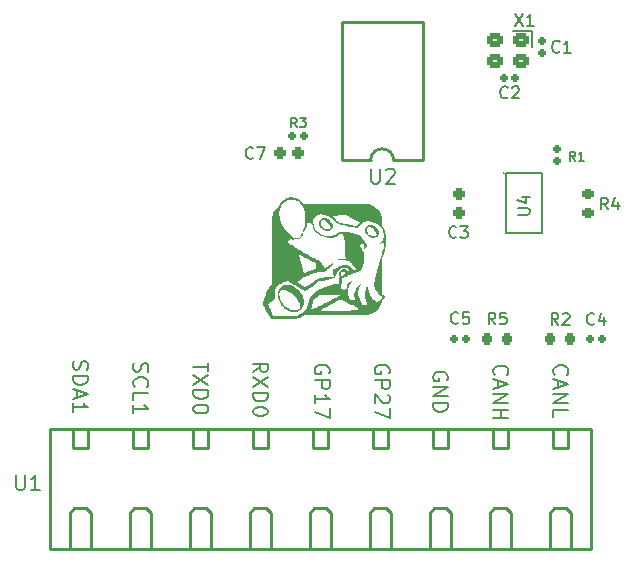
<source format=gbr>
%TF.GenerationSoftware,KiCad,Pcbnew,8.0.9*%
%TF.CreationDate,2025-09-25T17:08:19+07:00*%
%TF.ProjectId,_autosave-CAN_Shield,5f617574-6f73-4617-9665-2d43414e5f53,rev?*%
%TF.SameCoordinates,Original*%
%TF.FileFunction,Legend,Top*%
%TF.FilePolarity,Positive*%
%FSLAX46Y46*%
G04 Gerber Fmt 4.6, Leading zero omitted, Abs format (unit mm)*
G04 Created by KiCad (PCBNEW 8.0.9) date 2025-09-25 17:08:19*
%MOMM*%
%LPD*%
G01*
G04 APERTURE LIST*
G04 Aperture macros list*
%AMRoundRect*
0 Rectangle with rounded corners*
0 $1 Rounding radius*
0 $2 $3 $4 $5 $6 $7 $8 $9 X,Y pos of 4 corners*
0 Add a 4 corners polygon primitive as box body*
4,1,4,$2,$3,$4,$5,$6,$7,$8,$9,$2,$3,0*
0 Add four circle primitives for the rounded corners*
1,1,$1+$1,$2,$3*
1,1,$1+$1,$4,$5*
1,1,$1+$1,$6,$7*
1,1,$1+$1,$8,$9*
0 Add four rect primitives between the rounded corners*
20,1,$1+$1,$2,$3,$4,$5,0*
20,1,$1+$1,$4,$5,$6,$7,0*
20,1,$1+$1,$6,$7,$8,$9,0*
20,1,$1+$1,$8,$9,$2,$3,0*%
G04 Aperture macros list end*
%ADD10C,0.150000*%
%ADD11C,0.254000*%
%ADD12C,0.000000*%
%ADD13O,2.100000X2.100000*%
%ADD14C,2.700000*%
%ADD15RoundRect,0.159000X0.159000X0.189000X-0.159000X0.189000X-0.159000X-0.189000X0.159000X-0.189000X0*%
%ADD16RoundRect,0.244000X-0.244000X-0.269000X0.244000X-0.269000X0.244000X0.269000X-0.244000X0.269000X0*%
%ADD17O,2.201600X0.661600*%
%ADD18RoundRect,0.250000X0.450000X0.350000X-0.450000X0.350000X-0.450000X-0.350000X0.450000X-0.350000X0*%
%ADD19RoundRect,0.219000X0.219000X0.294000X-0.219000X0.294000X-0.219000X-0.294000X0.219000X-0.294000X0*%
%ADD20O,2.050000X0.590000*%
%ADD21RoundRect,0.159000X-0.159000X-0.189000X0.159000X-0.189000X0.159000X0.189000X-0.159000X0.189000X0*%
%ADD22RoundRect,0.244000X0.269000X-0.244000X0.269000X0.244000X-0.269000X0.244000X-0.269000X-0.244000X0*%
%ADD23RoundRect,0.219000X-0.219000X-0.294000X0.219000X-0.294000X0.219000X0.294000X-0.219000X0.294000X0*%
%ADD24RoundRect,0.159000X0.189000X-0.159000X0.189000X0.159000X-0.189000X0.159000X-0.189000X-0.159000X0*%
%ADD25RoundRect,0.219000X0.294000X-0.219000X0.294000X0.219000X-0.294000X0.219000X-0.294000X-0.219000X0*%
%ADD26R,1.700000X1.700000*%
%ADD27O,1.700000X1.700000*%
G04 APERTURE END LIST*
D10*
X27411073Y15472229D02*
X28015835Y15895563D01*
X27411073Y16197944D02*
X28681073Y16197944D01*
X28681073Y16197944D02*
X28681073Y15714134D01*
X28681073Y15714134D02*
X28620597Y15593182D01*
X28620597Y15593182D02*
X28560121Y15532705D01*
X28560121Y15532705D02*
X28439169Y15472229D01*
X28439169Y15472229D02*
X28257740Y15472229D01*
X28257740Y15472229D02*
X28136788Y15532705D01*
X28136788Y15532705D02*
X28076311Y15593182D01*
X28076311Y15593182D02*
X28015835Y15714134D01*
X28015835Y15714134D02*
X28015835Y16197944D01*
X28681073Y15048896D02*
X27411073Y14202229D01*
X28681073Y14202229D02*
X27411073Y15048896D01*
X27411073Y13718420D02*
X28681073Y13718420D01*
X28681073Y13718420D02*
X28681073Y13416039D01*
X28681073Y13416039D02*
X28620597Y13234610D01*
X28620597Y13234610D02*
X28499645Y13113658D01*
X28499645Y13113658D02*
X28378692Y13053181D01*
X28378692Y13053181D02*
X28136788Y12992705D01*
X28136788Y12992705D02*
X27955359Y12992705D01*
X27955359Y12992705D02*
X27713454Y13053181D01*
X27713454Y13053181D02*
X27592502Y13113658D01*
X27592502Y13113658D02*
X27471550Y13234610D01*
X27471550Y13234610D02*
X27411073Y13416039D01*
X27411073Y13416039D02*
X27411073Y13718420D01*
X28681073Y12206515D02*
X28681073Y12085562D01*
X28681073Y12085562D02*
X28620597Y11964610D01*
X28620597Y11964610D02*
X28560121Y11904134D01*
X28560121Y11904134D02*
X28439169Y11843658D01*
X28439169Y11843658D02*
X28197264Y11783181D01*
X28197264Y11783181D02*
X27894883Y11783181D01*
X27894883Y11783181D02*
X27652978Y11843658D01*
X27652978Y11843658D02*
X27532026Y11904134D01*
X27532026Y11904134D02*
X27471550Y11964610D01*
X27471550Y11964610D02*
X27411073Y12085562D01*
X27411073Y12085562D02*
X27411073Y12206515D01*
X27411073Y12206515D02*
X27471550Y12327467D01*
X27471550Y12327467D02*
X27532026Y12387943D01*
X27532026Y12387943D02*
X27652978Y12448420D01*
X27652978Y12448420D02*
X27894883Y12508896D01*
X27894883Y12508896D02*
X28197264Y12508896D01*
X28197264Y12508896D02*
X28439169Y12448420D01*
X28439169Y12448420D02*
X28560121Y12387943D01*
X28560121Y12387943D02*
X28620597Y12327467D01*
X28620597Y12327467D02*
X28681073Y12206515D01*
X12231550Y16421705D02*
X12171073Y16240276D01*
X12171073Y16240276D02*
X12171073Y15937895D01*
X12171073Y15937895D02*
X12231550Y15816943D01*
X12231550Y15816943D02*
X12292026Y15756467D01*
X12292026Y15756467D02*
X12412978Y15695990D01*
X12412978Y15695990D02*
X12533930Y15695990D01*
X12533930Y15695990D02*
X12654883Y15756467D01*
X12654883Y15756467D02*
X12715359Y15816943D01*
X12715359Y15816943D02*
X12775835Y15937895D01*
X12775835Y15937895D02*
X12836311Y16179800D01*
X12836311Y16179800D02*
X12896788Y16300752D01*
X12896788Y16300752D02*
X12957264Y16361229D01*
X12957264Y16361229D02*
X13078216Y16421705D01*
X13078216Y16421705D02*
X13199169Y16421705D01*
X13199169Y16421705D02*
X13320121Y16361229D01*
X13320121Y16361229D02*
X13380597Y16300752D01*
X13380597Y16300752D02*
X13441073Y16179800D01*
X13441073Y16179800D02*
X13441073Y15877419D01*
X13441073Y15877419D02*
X13380597Y15695990D01*
X12171073Y15151705D02*
X13441073Y15151705D01*
X13441073Y15151705D02*
X13441073Y14849324D01*
X13441073Y14849324D02*
X13380597Y14667895D01*
X13380597Y14667895D02*
X13259645Y14546943D01*
X13259645Y14546943D02*
X13138692Y14486466D01*
X13138692Y14486466D02*
X12896788Y14425990D01*
X12896788Y14425990D02*
X12715359Y14425990D01*
X12715359Y14425990D02*
X12473454Y14486466D01*
X12473454Y14486466D02*
X12352502Y14546943D01*
X12352502Y14546943D02*
X12231550Y14667895D01*
X12231550Y14667895D02*
X12171073Y14849324D01*
X12171073Y14849324D02*
X12171073Y15151705D01*
X12533930Y13942181D02*
X12533930Y13337419D01*
X12171073Y14063133D02*
X13441073Y13639800D01*
X13441073Y13639800D02*
X12171073Y13216466D01*
X12171073Y12127895D02*
X12171073Y12853610D01*
X12171073Y12490753D02*
X13441073Y12490753D01*
X13441073Y12490753D02*
X13259645Y12611705D01*
X13259645Y12611705D02*
X13138692Y12732657D01*
X13138692Y12732657D02*
X13078216Y12853610D01*
X33852997Y15380305D02*
X33913473Y15501258D01*
X33913473Y15501258D02*
X33913473Y15682686D01*
X33913473Y15682686D02*
X33852997Y15864115D01*
X33852997Y15864115D02*
X33732045Y15985067D01*
X33732045Y15985067D02*
X33611092Y16045544D01*
X33611092Y16045544D02*
X33369188Y16106020D01*
X33369188Y16106020D02*
X33187759Y16106020D01*
X33187759Y16106020D02*
X32945854Y16045544D01*
X32945854Y16045544D02*
X32824902Y15985067D01*
X32824902Y15985067D02*
X32703950Y15864115D01*
X32703950Y15864115D02*
X32643473Y15682686D01*
X32643473Y15682686D02*
X32643473Y15561734D01*
X32643473Y15561734D02*
X32703950Y15380305D01*
X32703950Y15380305D02*
X32764426Y15319829D01*
X32764426Y15319829D02*
X33187759Y15319829D01*
X33187759Y15319829D02*
X33187759Y15561734D01*
X32643473Y14775544D02*
X33913473Y14775544D01*
X33913473Y14775544D02*
X33913473Y14291734D01*
X33913473Y14291734D02*
X33852997Y14170782D01*
X33852997Y14170782D02*
X33792521Y14110305D01*
X33792521Y14110305D02*
X33671569Y14049829D01*
X33671569Y14049829D02*
X33490140Y14049829D01*
X33490140Y14049829D02*
X33369188Y14110305D01*
X33369188Y14110305D02*
X33308711Y14170782D01*
X33308711Y14170782D02*
X33248235Y14291734D01*
X33248235Y14291734D02*
X33248235Y14775544D01*
X32643473Y12840305D02*
X32643473Y13566020D01*
X32643473Y13203163D02*
X33913473Y13203163D01*
X33913473Y13203163D02*
X33732045Y13324115D01*
X33732045Y13324115D02*
X33611092Y13445067D01*
X33611092Y13445067D02*
X33550616Y13566020D01*
X33913473Y12416972D02*
X33913473Y11570305D01*
X33913473Y11570305D02*
X32643473Y12114591D01*
X38932997Y15380305D02*
X38993473Y15501258D01*
X38993473Y15501258D02*
X38993473Y15682686D01*
X38993473Y15682686D02*
X38932997Y15864115D01*
X38932997Y15864115D02*
X38812045Y15985067D01*
X38812045Y15985067D02*
X38691092Y16045544D01*
X38691092Y16045544D02*
X38449188Y16106020D01*
X38449188Y16106020D02*
X38267759Y16106020D01*
X38267759Y16106020D02*
X38025854Y16045544D01*
X38025854Y16045544D02*
X37904902Y15985067D01*
X37904902Y15985067D02*
X37783950Y15864115D01*
X37783950Y15864115D02*
X37723473Y15682686D01*
X37723473Y15682686D02*
X37723473Y15561734D01*
X37723473Y15561734D02*
X37783950Y15380305D01*
X37783950Y15380305D02*
X37844426Y15319829D01*
X37844426Y15319829D02*
X38267759Y15319829D01*
X38267759Y15319829D02*
X38267759Y15561734D01*
X37723473Y14775544D02*
X38993473Y14775544D01*
X38993473Y14775544D02*
X38993473Y14291734D01*
X38993473Y14291734D02*
X38932997Y14170782D01*
X38932997Y14170782D02*
X38872521Y14110305D01*
X38872521Y14110305D02*
X38751569Y14049829D01*
X38751569Y14049829D02*
X38570140Y14049829D01*
X38570140Y14049829D02*
X38449188Y14110305D01*
X38449188Y14110305D02*
X38388711Y14170782D01*
X38388711Y14170782D02*
X38328235Y14291734D01*
X38328235Y14291734D02*
X38328235Y14775544D01*
X38872521Y13566020D02*
X38932997Y13505544D01*
X38932997Y13505544D02*
X38993473Y13384591D01*
X38993473Y13384591D02*
X38993473Y13082210D01*
X38993473Y13082210D02*
X38932997Y12961258D01*
X38932997Y12961258D02*
X38872521Y12900782D01*
X38872521Y12900782D02*
X38751569Y12840305D01*
X38751569Y12840305D02*
X38630616Y12840305D01*
X38630616Y12840305D02*
X38449188Y12900782D01*
X38449188Y12900782D02*
X37723473Y13626496D01*
X37723473Y13626496D02*
X37723473Y12840305D01*
X38993473Y12416972D02*
X38993473Y11570305D01*
X38993473Y11570305D02*
X37723473Y12114591D01*
X23651873Y16278981D02*
X23651873Y15553267D01*
X22381873Y15916124D02*
X23651873Y15916124D01*
X23651873Y15250886D02*
X22381873Y14404219D01*
X23651873Y14404219D02*
X22381873Y15250886D01*
X22381873Y13920410D02*
X23651873Y13920410D01*
X23651873Y13920410D02*
X23651873Y13618029D01*
X23651873Y13618029D02*
X23591397Y13436600D01*
X23591397Y13436600D02*
X23470445Y13315648D01*
X23470445Y13315648D02*
X23349492Y13255171D01*
X23349492Y13255171D02*
X23107588Y13194695D01*
X23107588Y13194695D02*
X22926159Y13194695D01*
X22926159Y13194695D02*
X22684254Y13255171D01*
X22684254Y13255171D02*
X22563302Y13315648D01*
X22563302Y13315648D02*
X22442350Y13436600D01*
X22442350Y13436600D02*
X22381873Y13618029D01*
X22381873Y13618029D02*
X22381873Y13920410D01*
X23651873Y12408505D02*
X23651873Y12287552D01*
X23651873Y12287552D02*
X23591397Y12166600D01*
X23591397Y12166600D02*
X23530921Y12106124D01*
X23530921Y12106124D02*
X23409969Y12045648D01*
X23409969Y12045648D02*
X23168064Y11985171D01*
X23168064Y11985171D02*
X22865683Y11985171D01*
X22865683Y11985171D02*
X22623778Y12045648D01*
X22623778Y12045648D02*
X22502826Y12106124D01*
X22502826Y12106124D02*
X22442350Y12166600D01*
X22442350Y12166600D02*
X22381873Y12287552D01*
X22381873Y12287552D02*
X22381873Y12408505D01*
X22381873Y12408505D02*
X22442350Y12529457D01*
X22442350Y12529457D02*
X22502826Y12589933D01*
X22502826Y12589933D02*
X22623778Y12650410D01*
X22623778Y12650410D02*
X22865683Y12710886D01*
X22865683Y12710886D02*
X23168064Y12710886D01*
X23168064Y12710886D02*
X23409969Y12650410D01*
X23409969Y12650410D02*
X23530921Y12589933D01*
X23530921Y12589933D02*
X23591397Y12529457D01*
X23591397Y12529457D02*
X23651873Y12408505D01*
X52982826Y15249676D02*
X52922350Y15310152D01*
X52922350Y15310152D02*
X52861873Y15491581D01*
X52861873Y15491581D02*
X52861873Y15612533D01*
X52861873Y15612533D02*
X52922350Y15793962D01*
X52922350Y15793962D02*
X53043302Y15914914D01*
X53043302Y15914914D02*
X53164254Y15975391D01*
X53164254Y15975391D02*
X53406159Y16035867D01*
X53406159Y16035867D02*
X53587588Y16035867D01*
X53587588Y16035867D02*
X53829492Y15975391D01*
X53829492Y15975391D02*
X53950445Y15914914D01*
X53950445Y15914914D02*
X54071397Y15793962D01*
X54071397Y15793962D02*
X54131873Y15612533D01*
X54131873Y15612533D02*
X54131873Y15491581D01*
X54131873Y15491581D02*
X54071397Y15310152D01*
X54071397Y15310152D02*
X54010921Y15249676D01*
X53224730Y14765867D02*
X53224730Y14161105D01*
X52861873Y14886819D02*
X54131873Y14463486D01*
X54131873Y14463486D02*
X52861873Y14040152D01*
X52861873Y13616820D02*
X54131873Y13616820D01*
X54131873Y13616820D02*
X52861873Y12891105D01*
X52861873Y12891105D02*
X54131873Y12891105D01*
X52861873Y11681582D02*
X52861873Y12286344D01*
X52861873Y12286344D02*
X54131873Y12286344D01*
X47902826Y15248466D02*
X47842350Y15308942D01*
X47842350Y15308942D02*
X47781873Y15490371D01*
X47781873Y15490371D02*
X47781873Y15611323D01*
X47781873Y15611323D02*
X47842350Y15792752D01*
X47842350Y15792752D02*
X47963302Y15913704D01*
X47963302Y15913704D02*
X48084254Y15974181D01*
X48084254Y15974181D02*
X48326159Y16034657D01*
X48326159Y16034657D02*
X48507588Y16034657D01*
X48507588Y16034657D02*
X48749492Y15974181D01*
X48749492Y15974181D02*
X48870445Y15913704D01*
X48870445Y15913704D02*
X48991397Y15792752D01*
X48991397Y15792752D02*
X49051873Y15611323D01*
X49051873Y15611323D02*
X49051873Y15490371D01*
X49051873Y15490371D02*
X48991397Y15308942D01*
X48991397Y15308942D02*
X48930921Y15248466D01*
X48144730Y14764657D02*
X48144730Y14159895D01*
X47781873Y14885609D02*
X49051873Y14462276D01*
X49051873Y14462276D02*
X47781873Y14038942D01*
X47781873Y13615610D02*
X49051873Y13615610D01*
X49051873Y13615610D02*
X47781873Y12889895D01*
X47781873Y12889895D02*
X49051873Y12889895D01*
X47781873Y12285134D02*
X49051873Y12285134D01*
X48447111Y12285134D02*
X48447111Y11559419D01*
X47781873Y11559419D02*
X49051873Y11559419D01*
X43860597Y14785219D02*
X43921073Y14906172D01*
X43921073Y14906172D02*
X43921073Y15087600D01*
X43921073Y15087600D02*
X43860597Y15269029D01*
X43860597Y15269029D02*
X43739645Y15389981D01*
X43739645Y15389981D02*
X43618692Y15450458D01*
X43618692Y15450458D02*
X43376788Y15510934D01*
X43376788Y15510934D02*
X43195359Y15510934D01*
X43195359Y15510934D02*
X42953454Y15450458D01*
X42953454Y15450458D02*
X42832502Y15389981D01*
X42832502Y15389981D02*
X42711550Y15269029D01*
X42711550Y15269029D02*
X42651073Y15087600D01*
X42651073Y15087600D02*
X42651073Y14966648D01*
X42651073Y14966648D02*
X42711550Y14785219D01*
X42711550Y14785219D02*
X42772026Y14724743D01*
X42772026Y14724743D02*
X43195359Y14724743D01*
X43195359Y14724743D02*
X43195359Y14966648D01*
X42651073Y14180458D02*
X43921073Y14180458D01*
X43921073Y14180458D02*
X42651073Y13454743D01*
X42651073Y13454743D02*
X43921073Y13454743D01*
X42651073Y12849982D02*
X43921073Y12849982D01*
X43921073Y12849982D02*
X43921073Y12547601D01*
X43921073Y12547601D02*
X43860597Y12366172D01*
X43860597Y12366172D02*
X43739645Y12245220D01*
X43739645Y12245220D02*
X43618692Y12184743D01*
X43618692Y12184743D02*
X43376788Y12124267D01*
X43376788Y12124267D02*
X43195359Y12124267D01*
X43195359Y12124267D02*
X42953454Y12184743D01*
X42953454Y12184743D02*
X42832502Y12245220D01*
X42832502Y12245220D02*
X42711550Y12366172D01*
X42711550Y12366172D02*
X42651073Y12547601D01*
X42651073Y12547601D02*
X42651073Y12849982D01*
X17362350Y16239067D02*
X17301873Y16057638D01*
X17301873Y16057638D02*
X17301873Y15755257D01*
X17301873Y15755257D02*
X17362350Y15634305D01*
X17362350Y15634305D02*
X17422826Y15573829D01*
X17422826Y15573829D02*
X17543778Y15513352D01*
X17543778Y15513352D02*
X17664730Y15513352D01*
X17664730Y15513352D02*
X17785683Y15573829D01*
X17785683Y15573829D02*
X17846159Y15634305D01*
X17846159Y15634305D02*
X17906635Y15755257D01*
X17906635Y15755257D02*
X17967111Y15997162D01*
X17967111Y15997162D02*
X18027588Y16118114D01*
X18027588Y16118114D02*
X18088064Y16178591D01*
X18088064Y16178591D02*
X18209016Y16239067D01*
X18209016Y16239067D02*
X18329969Y16239067D01*
X18329969Y16239067D02*
X18450921Y16178591D01*
X18450921Y16178591D02*
X18511397Y16118114D01*
X18511397Y16118114D02*
X18571873Y15997162D01*
X18571873Y15997162D02*
X18571873Y15694781D01*
X18571873Y15694781D02*
X18511397Y15513352D01*
X17422826Y14243352D02*
X17362350Y14303828D01*
X17362350Y14303828D02*
X17301873Y14485257D01*
X17301873Y14485257D02*
X17301873Y14606209D01*
X17301873Y14606209D02*
X17362350Y14787638D01*
X17362350Y14787638D02*
X17483302Y14908590D01*
X17483302Y14908590D02*
X17604254Y14969067D01*
X17604254Y14969067D02*
X17846159Y15029543D01*
X17846159Y15029543D02*
X18027588Y15029543D01*
X18027588Y15029543D02*
X18269492Y14969067D01*
X18269492Y14969067D02*
X18390445Y14908590D01*
X18390445Y14908590D02*
X18511397Y14787638D01*
X18511397Y14787638D02*
X18571873Y14606209D01*
X18571873Y14606209D02*
X18571873Y14485257D01*
X18571873Y14485257D02*
X18511397Y14303828D01*
X18511397Y14303828D02*
X18450921Y14243352D01*
X17301873Y13094305D02*
X17301873Y13699067D01*
X17301873Y13699067D02*
X18571873Y13699067D01*
X17301873Y12005733D02*
X17301873Y12731448D01*
X17301873Y12368591D02*
X18571873Y12368591D01*
X18571873Y12368591D02*
X18390445Y12489543D01*
X18390445Y12489543D02*
X18269492Y12610495D01*
X18269492Y12610495D02*
X18209016Y12731448D01*
X7362380Y6750274D02*
X7362380Y5722179D01*
X7362380Y5722179D02*
X7422857Y5601227D01*
X7422857Y5601227D02*
X7483333Y5540750D01*
X7483333Y5540750D02*
X7604285Y5480274D01*
X7604285Y5480274D02*
X7846190Y5480274D01*
X7846190Y5480274D02*
X7967142Y5540750D01*
X7967142Y5540750D02*
X8027619Y5601227D01*
X8027619Y5601227D02*
X8088095Y5722179D01*
X8088095Y5722179D02*
X8088095Y6750274D01*
X9358095Y5480274D02*
X8632380Y5480274D01*
X8995237Y5480274D02*
X8995237Y6750274D01*
X8995237Y6750274D02*
X8874285Y6568846D01*
X8874285Y6568846D02*
X8753333Y6447893D01*
X8753333Y6447893D02*
X8632380Y6387417D01*
X44791333Y19655620D02*
X44743714Y19608000D01*
X44743714Y19608000D02*
X44600857Y19560381D01*
X44600857Y19560381D02*
X44505619Y19560381D01*
X44505619Y19560381D02*
X44362762Y19608000D01*
X44362762Y19608000D02*
X44267524Y19703239D01*
X44267524Y19703239D02*
X44219905Y19798477D01*
X44219905Y19798477D02*
X44172286Y19988953D01*
X44172286Y19988953D02*
X44172286Y20131810D01*
X44172286Y20131810D02*
X44219905Y20322286D01*
X44219905Y20322286D02*
X44267524Y20417524D01*
X44267524Y20417524D02*
X44362762Y20512762D01*
X44362762Y20512762D02*
X44505619Y20560381D01*
X44505619Y20560381D02*
X44600857Y20560381D01*
X44600857Y20560381D02*
X44743714Y20512762D01*
X44743714Y20512762D02*
X44791333Y20465143D01*
X45696095Y20560381D02*
X45219905Y20560381D01*
X45219905Y20560381D02*
X45172286Y20084191D01*
X45172286Y20084191D02*
X45219905Y20131810D01*
X45219905Y20131810D02*
X45315143Y20179429D01*
X45315143Y20179429D02*
X45553238Y20179429D01*
X45553238Y20179429D02*
X45648476Y20131810D01*
X45648476Y20131810D02*
X45696095Y20084191D01*
X45696095Y20084191D02*
X45743714Y19988953D01*
X45743714Y19988953D02*
X45743714Y19750858D01*
X45743714Y19750858D02*
X45696095Y19655620D01*
X45696095Y19655620D02*
X45648476Y19608000D01*
X45648476Y19608000D02*
X45553238Y19560381D01*
X45553238Y19560381D02*
X45315143Y19560381D01*
X45315143Y19560381D02*
X45219905Y19608000D01*
X45219905Y19608000D02*
X45172286Y19655620D01*
X27417733Y33625620D02*
X27370114Y33578000D01*
X27370114Y33578000D02*
X27227257Y33530381D01*
X27227257Y33530381D02*
X27132019Y33530381D01*
X27132019Y33530381D02*
X26989162Y33578000D01*
X26989162Y33578000D02*
X26893924Y33673239D01*
X26893924Y33673239D02*
X26846305Y33768477D01*
X26846305Y33768477D02*
X26798686Y33958953D01*
X26798686Y33958953D02*
X26798686Y34101810D01*
X26798686Y34101810D02*
X26846305Y34292286D01*
X26846305Y34292286D02*
X26893924Y34387524D01*
X26893924Y34387524D02*
X26989162Y34482762D01*
X26989162Y34482762D02*
X27132019Y34530381D01*
X27132019Y34530381D02*
X27227257Y34530381D01*
X27227257Y34530381D02*
X27370114Y34482762D01*
X27370114Y34482762D02*
X27417733Y34435143D01*
X27751067Y34530381D02*
X28417733Y34530381D01*
X28417733Y34530381D02*
X27989162Y33530381D01*
X37437180Y32694274D02*
X37437180Y31666179D01*
X37437180Y31666179D02*
X37497657Y31545227D01*
X37497657Y31545227D02*
X37558133Y31484750D01*
X37558133Y31484750D02*
X37679085Y31424274D01*
X37679085Y31424274D02*
X37920990Y31424274D01*
X37920990Y31424274D02*
X38041942Y31484750D01*
X38041942Y31484750D02*
X38102419Y31545227D01*
X38102419Y31545227D02*
X38162895Y31666179D01*
X38162895Y31666179D02*
X38162895Y32694274D01*
X38707180Y32573322D02*
X38767656Y32633798D01*
X38767656Y32633798D02*
X38888609Y32694274D01*
X38888609Y32694274D02*
X39190990Y32694274D01*
X39190990Y32694274D02*
X39311942Y32633798D01*
X39311942Y32633798D02*
X39372418Y32573322D01*
X39372418Y32573322D02*
X39432895Y32452370D01*
X39432895Y32452370D02*
X39432895Y32331417D01*
X39432895Y32331417D02*
X39372418Y32149989D01*
X39372418Y32149989D02*
X38646704Y31424274D01*
X38646704Y31424274D02*
X39432895Y31424274D01*
X49634876Y45807981D02*
X50301542Y44807981D01*
X50301542Y45807981D02*
X49634876Y44807981D01*
X51206304Y44807981D02*
X50634876Y44807981D01*
X50920590Y44807981D02*
X50920590Y45807981D01*
X50920590Y45807981D02*
X50825352Y45665124D01*
X50825352Y45665124D02*
X50730114Y45569886D01*
X50730114Y45569886D02*
X50634876Y45522267D01*
X47940933Y19509581D02*
X47607600Y19985772D01*
X47369505Y19509581D02*
X47369505Y20509581D01*
X47369505Y20509581D02*
X47750457Y20509581D01*
X47750457Y20509581D02*
X47845695Y20461962D01*
X47845695Y20461962D02*
X47893314Y20414343D01*
X47893314Y20414343D02*
X47940933Y20319105D01*
X47940933Y20319105D02*
X47940933Y20176248D01*
X47940933Y20176248D02*
X47893314Y20081010D01*
X47893314Y20081010D02*
X47845695Y20033391D01*
X47845695Y20033391D02*
X47750457Y19985772D01*
X47750457Y19985772D02*
X47369505Y19985772D01*
X48845695Y20509581D02*
X48369505Y20509581D01*
X48369505Y20509581D02*
X48321886Y20033391D01*
X48321886Y20033391D02*
X48369505Y20081010D01*
X48369505Y20081010D02*
X48464743Y20128629D01*
X48464743Y20128629D02*
X48702838Y20128629D01*
X48702838Y20128629D02*
X48798076Y20081010D01*
X48798076Y20081010D02*
X48845695Y20033391D01*
X48845695Y20033391D02*
X48893314Y19938153D01*
X48893314Y19938153D02*
X48893314Y19700058D01*
X48893314Y19700058D02*
X48845695Y19604820D01*
X48845695Y19604820D02*
X48798076Y19557200D01*
X48798076Y19557200D02*
X48702838Y19509581D01*
X48702838Y19509581D02*
X48464743Y19509581D01*
X48464743Y19509581D02*
X48369505Y19557200D01*
X48369505Y19557200D02*
X48321886Y19604820D01*
X49848419Y28803696D02*
X50657942Y28803696D01*
X50657942Y28803696D02*
X50753180Y28851315D01*
X50753180Y28851315D02*
X50800800Y28898934D01*
X50800800Y28898934D02*
X50848419Y28994172D01*
X50848419Y28994172D02*
X50848419Y29184648D01*
X50848419Y29184648D02*
X50800800Y29279886D01*
X50800800Y29279886D02*
X50753180Y29327505D01*
X50753180Y29327505D02*
X50657942Y29375124D01*
X50657942Y29375124D02*
X49848419Y29375124D01*
X50181752Y30279886D02*
X50848419Y30279886D01*
X49800800Y30041791D02*
X50515085Y29803696D01*
X50515085Y29803696D02*
X50515085Y30422743D01*
X56305533Y19554020D02*
X56257914Y19506400D01*
X56257914Y19506400D02*
X56115057Y19458781D01*
X56115057Y19458781D02*
X56019819Y19458781D01*
X56019819Y19458781D02*
X55876962Y19506400D01*
X55876962Y19506400D02*
X55781724Y19601639D01*
X55781724Y19601639D02*
X55734105Y19696877D01*
X55734105Y19696877D02*
X55686486Y19887353D01*
X55686486Y19887353D02*
X55686486Y20030210D01*
X55686486Y20030210D02*
X55734105Y20220686D01*
X55734105Y20220686D02*
X55781724Y20315924D01*
X55781724Y20315924D02*
X55876962Y20411162D01*
X55876962Y20411162D02*
X56019819Y20458781D01*
X56019819Y20458781D02*
X56115057Y20458781D01*
X56115057Y20458781D02*
X56257914Y20411162D01*
X56257914Y20411162D02*
X56305533Y20363543D01*
X57162676Y20125448D02*
X57162676Y19458781D01*
X56924581Y20506400D02*
X56686486Y19792115D01*
X56686486Y19792115D02*
X57305533Y19792115D01*
X44638933Y26920020D02*
X44591314Y26872400D01*
X44591314Y26872400D02*
X44448457Y26824781D01*
X44448457Y26824781D02*
X44353219Y26824781D01*
X44353219Y26824781D02*
X44210362Y26872400D01*
X44210362Y26872400D02*
X44115124Y26967639D01*
X44115124Y26967639D02*
X44067505Y27062877D01*
X44067505Y27062877D02*
X44019886Y27253353D01*
X44019886Y27253353D02*
X44019886Y27396210D01*
X44019886Y27396210D02*
X44067505Y27586686D01*
X44067505Y27586686D02*
X44115124Y27681924D01*
X44115124Y27681924D02*
X44210362Y27777162D01*
X44210362Y27777162D02*
X44353219Y27824781D01*
X44353219Y27824781D02*
X44448457Y27824781D01*
X44448457Y27824781D02*
X44591314Y27777162D01*
X44591314Y27777162D02*
X44638933Y27729543D01*
X44972267Y27824781D02*
X45591314Y27824781D01*
X45591314Y27824781D02*
X45257981Y27443829D01*
X45257981Y27443829D02*
X45400838Y27443829D01*
X45400838Y27443829D02*
X45496076Y27396210D01*
X45496076Y27396210D02*
X45543695Y27348591D01*
X45543695Y27348591D02*
X45591314Y27253353D01*
X45591314Y27253353D02*
X45591314Y27015258D01*
X45591314Y27015258D02*
X45543695Y26920020D01*
X45543695Y26920020D02*
X45496076Y26872400D01*
X45496076Y26872400D02*
X45400838Y26824781D01*
X45400838Y26824781D02*
X45115124Y26824781D01*
X45115124Y26824781D02*
X45019886Y26872400D01*
X45019886Y26872400D02*
X44972267Y26920020D01*
X53274933Y19458781D02*
X52941600Y19934972D01*
X52703505Y19458781D02*
X52703505Y20458781D01*
X52703505Y20458781D02*
X53084457Y20458781D01*
X53084457Y20458781D02*
X53179695Y20411162D01*
X53179695Y20411162D02*
X53227314Y20363543D01*
X53227314Y20363543D02*
X53274933Y20268305D01*
X53274933Y20268305D02*
X53274933Y20125448D01*
X53274933Y20125448D02*
X53227314Y20030210D01*
X53227314Y20030210D02*
X53179695Y19982591D01*
X53179695Y19982591D02*
X53084457Y19934972D01*
X53084457Y19934972D02*
X52703505Y19934972D01*
X53655886Y20363543D02*
X53703505Y20411162D01*
X53703505Y20411162D02*
X53798743Y20458781D01*
X53798743Y20458781D02*
X54036838Y20458781D01*
X54036838Y20458781D02*
X54132076Y20411162D01*
X54132076Y20411162D02*
X54179695Y20363543D01*
X54179695Y20363543D02*
X54227314Y20268305D01*
X54227314Y20268305D02*
X54227314Y20173067D01*
X54227314Y20173067D02*
X54179695Y20030210D01*
X54179695Y20030210D02*
X53608267Y19458781D01*
X53608267Y19458781D02*
X54227314Y19458781D01*
X53376533Y42625520D02*
X53328914Y42577900D01*
X53328914Y42577900D02*
X53186057Y42530281D01*
X53186057Y42530281D02*
X53090819Y42530281D01*
X53090819Y42530281D02*
X52947962Y42577900D01*
X52947962Y42577900D02*
X52852724Y42673139D01*
X52852724Y42673139D02*
X52805105Y42768377D01*
X52805105Y42768377D02*
X52757486Y42958853D01*
X52757486Y42958853D02*
X52757486Y43101710D01*
X52757486Y43101710D02*
X52805105Y43292186D01*
X52805105Y43292186D02*
X52852724Y43387424D01*
X52852724Y43387424D02*
X52947962Y43482662D01*
X52947962Y43482662D02*
X53090819Y43530281D01*
X53090819Y43530281D02*
X53186057Y43530281D01*
X53186057Y43530281D02*
X53328914Y43482662D01*
X53328914Y43482662D02*
X53376533Y43435043D01*
X54328914Y42530281D02*
X53757486Y42530281D01*
X54043200Y42530281D02*
X54043200Y43530281D01*
X54043200Y43530281D02*
X53947962Y43387424D01*
X53947962Y43387424D02*
X53852724Y43292186D01*
X53852724Y43292186D02*
X53757486Y43244567D01*
X31124703Y36213705D02*
X30858036Y36594658D01*
X30667560Y36213705D02*
X30667560Y37013705D01*
X30667560Y37013705D02*
X30972322Y37013705D01*
X30972322Y37013705D02*
X31048512Y36975610D01*
X31048512Y36975610D02*
X31086607Y36937515D01*
X31086607Y36937515D02*
X31124703Y36861324D01*
X31124703Y36861324D02*
X31124703Y36747039D01*
X31124703Y36747039D02*
X31086607Y36670848D01*
X31086607Y36670848D02*
X31048512Y36632753D01*
X31048512Y36632753D02*
X30972322Y36594658D01*
X30972322Y36594658D02*
X30667560Y36594658D01*
X31391369Y37013705D02*
X31886607Y37013705D01*
X31886607Y37013705D02*
X31619941Y36708943D01*
X31619941Y36708943D02*
X31734226Y36708943D01*
X31734226Y36708943D02*
X31810417Y36670848D01*
X31810417Y36670848D02*
X31848512Y36632753D01*
X31848512Y36632753D02*
X31886607Y36556562D01*
X31886607Y36556562D02*
X31886607Y36366086D01*
X31886607Y36366086D02*
X31848512Y36289896D01*
X31848512Y36289896D02*
X31810417Y36251800D01*
X31810417Y36251800D02*
X31734226Y36213705D01*
X31734226Y36213705D02*
X31505655Y36213705D01*
X31505655Y36213705D02*
X31429464Y36251800D01*
X31429464Y36251800D02*
X31391369Y36289896D01*
X57465933Y29245181D02*
X57132600Y29721372D01*
X56894505Y29245181D02*
X56894505Y30245181D01*
X56894505Y30245181D02*
X57275457Y30245181D01*
X57275457Y30245181D02*
X57370695Y30197562D01*
X57370695Y30197562D02*
X57418314Y30149943D01*
X57418314Y30149943D02*
X57465933Y30054705D01*
X57465933Y30054705D02*
X57465933Y29911848D01*
X57465933Y29911848D02*
X57418314Y29816610D01*
X57418314Y29816610D02*
X57370695Y29768991D01*
X57370695Y29768991D02*
X57275457Y29721372D01*
X57275457Y29721372D02*
X56894505Y29721372D01*
X58323076Y29911848D02*
X58323076Y29245181D01*
X58084981Y30292800D02*
X57846886Y29578515D01*
X57846886Y29578515D02*
X58465933Y29578515D01*
X54695903Y33351505D02*
X54429236Y33732458D01*
X54238760Y33351505D02*
X54238760Y34151505D01*
X54238760Y34151505D02*
X54543522Y34151505D01*
X54543522Y34151505D02*
X54619712Y34113410D01*
X54619712Y34113410D02*
X54657807Y34075315D01*
X54657807Y34075315D02*
X54695903Y33999124D01*
X54695903Y33999124D02*
X54695903Y33884839D01*
X54695903Y33884839D02*
X54657807Y33808648D01*
X54657807Y33808648D02*
X54619712Y33770553D01*
X54619712Y33770553D02*
X54543522Y33732458D01*
X54543522Y33732458D02*
X54238760Y33732458D01*
X55457807Y33351505D02*
X55000664Y33351505D01*
X55229236Y33351505D02*
X55229236Y34151505D01*
X55229236Y34151505D02*
X55153045Y34037220D01*
X55153045Y34037220D02*
X55076855Y33961029D01*
X55076855Y33961029D02*
X55000664Y33922934D01*
X48982333Y38756420D02*
X48934714Y38708800D01*
X48934714Y38708800D02*
X48791857Y38661181D01*
X48791857Y38661181D02*
X48696619Y38661181D01*
X48696619Y38661181D02*
X48553762Y38708800D01*
X48553762Y38708800D02*
X48458524Y38804039D01*
X48458524Y38804039D02*
X48410905Y38899277D01*
X48410905Y38899277D02*
X48363286Y39089753D01*
X48363286Y39089753D02*
X48363286Y39232610D01*
X48363286Y39232610D02*
X48410905Y39423086D01*
X48410905Y39423086D02*
X48458524Y39518324D01*
X48458524Y39518324D02*
X48553762Y39613562D01*
X48553762Y39613562D02*
X48696619Y39661181D01*
X48696619Y39661181D02*
X48791857Y39661181D01*
X48791857Y39661181D02*
X48934714Y39613562D01*
X48934714Y39613562D02*
X48982333Y39565943D01*
X49363286Y39565943D02*
X49410905Y39613562D01*
X49410905Y39613562D02*
X49506143Y39661181D01*
X49506143Y39661181D02*
X49744238Y39661181D01*
X49744238Y39661181D02*
X49839476Y39613562D01*
X49839476Y39613562D02*
X49887095Y39565943D01*
X49887095Y39565943D02*
X49934714Y39470705D01*
X49934714Y39470705D02*
X49934714Y39375467D01*
X49934714Y39375467D02*
X49887095Y39232610D01*
X49887095Y39232610D02*
X49315667Y38661181D01*
X49315667Y38661181D02*
X49934714Y38661181D01*
D11*
%TO.C,U1*%
X10231100Y10693400D02*
X10231100Y495300D01*
X10231100Y495300D02*
X50932100Y495300D01*
X11912700Y3581400D02*
X11912700Y494400D01*
X11912700Y3581400D02*
X12293700Y3962400D01*
X12164200Y9026300D02*
X12164200Y10694400D01*
X12164200Y9026300D02*
X13436700Y9026300D01*
X12293700Y3962400D02*
X13309700Y3962400D01*
X13309700Y3962400D02*
X13704000Y3568100D01*
X13436700Y9026300D02*
X13436700Y10694400D01*
X13704000Y3568100D02*
X13704000Y494400D01*
X16992600Y3581400D02*
X16992600Y494400D01*
X16992600Y3581400D02*
X17373600Y3962400D01*
X17244100Y9026300D02*
X17244100Y10694400D01*
X17244100Y9026300D02*
X18516600Y9026300D01*
X17373600Y3962400D02*
X18389600Y3962400D01*
X18389600Y3962400D02*
X18783900Y3568100D01*
X18516600Y9026300D02*
X18516600Y10694400D01*
X18783900Y3568100D02*
X18783900Y494400D01*
X22072700Y3581400D02*
X22072700Y494400D01*
X22072700Y3581400D02*
X22453700Y3962400D01*
X22324200Y9026300D02*
X22324200Y10694400D01*
X22324200Y9026300D02*
X23596700Y9026300D01*
X22453700Y3962400D02*
X23469700Y3962400D01*
X23469700Y3962400D02*
X23864000Y3568100D01*
X23596700Y9026300D02*
X23596700Y10694400D01*
X23864000Y3568100D02*
X23864000Y494400D01*
X27152800Y3581200D02*
X27152800Y494200D01*
X27152800Y3581200D02*
X27533800Y3962200D01*
X27404300Y9026100D02*
X27404300Y10694200D01*
X27404300Y9026100D02*
X28676700Y9026100D01*
X27533800Y3962200D02*
X28549800Y3962200D01*
X28549800Y3962200D02*
X28944100Y3567800D01*
X28676700Y9026100D02*
X28676700Y10694200D01*
X28944100Y3567800D02*
X28944100Y494200D01*
X32232800Y3581400D02*
X32232800Y494400D01*
X32232800Y3581400D02*
X32613800Y3962400D01*
X32484200Y9026300D02*
X32484200Y10694400D01*
X32484200Y9026300D02*
X33756700Y9026300D01*
X32613800Y3962400D02*
X33629800Y3962400D01*
X33629800Y3962400D02*
X34024000Y3568100D01*
X33756700Y9026300D02*
X33756700Y10694400D01*
X34024000Y3568100D02*
X34024000Y494400D01*
X37312700Y3581300D02*
X37312700Y494400D01*
X37312700Y3581300D02*
X37693700Y3962300D01*
X37564200Y9026300D02*
X37564200Y10694300D01*
X37564200Y9026300D02*
X38836700Y9026300D01*
X37693700Y3962300D02*
X38709700Y3962300D01*
X38709700Y3962300D02*
X39104000Y3568000D01*
X38836700Y9026300D02*
X38836700Y10694300D01*
X39104000Y3568000D02*
X39104000Y494400D01*
X42392700Y3581400D02*
X42392700Y494400D01*
X42392700Y3581400D02*
X42773700Y3962400D01*
X42644200Y9026300D02*
X42644200Y10694400D01*
X42644200Y9026300D02*
X43916700Y9026300D01*
X42773700Y3962400D02*
X43789700Y3962400D01*
X43789700Y3962400D02*
X44184000Y3568100D01*
X43916700Y9026300D02*
X43916700Y10694400D01*
X44184000Y3568100D02*
X44184000Y494400D01*
X47473100Y3581300D02*
X47473100Y494300D01*
X47473100Y3581300D02*
X47854100Y3962300D01*
X47724200Y9026300D02*
X47724200Y10694300D01*
X47724200Y9026300D02*
X48996700Y9026300D01*
X47854100Y3962300D02*
X48869900Y3962300D01*
X48869900Y3962300D02*
X49264200Y3568000D01*
X48996700Y9026300D02*
X48996700Y10694300D01*
X49264200Y3568000D02*
X49264200Y494300D01*
X50932100Y495300D02*
X56011500Y495300D01*
X50932600Y10693400D02*
X10231100Y10693400D01*
X50932600Y10693400D02*
X56011500Y10693400D01*
X52552700Y3581400D02*
X52552700Y494400D01*
X52552700Y3581400D02*
X52933700Y3962400D01*
X52804200Y9026300D02*
X52804200Y10694400D01*
X52804200Y9026300D02*
X54076700Y9026300D01*
X52933700Y3962400D02*
X53949700Y3962400D01*
X53949700Y3962400D02*
X54344000Y3568100D01*
X54076700Y9026300D02*
X54076700Y10694400D01*
X54344000Y3568100D02*
X54344000Y494400D01*
X56011500Y494400D02*
X56011500Y10694400D01*
%TO.C,U2*%
X34925000Y45085000D02*
X41783000Y45085000D01*
X34925000Y33401000D02*
X34925000Y45085000D01*
X34925000Y33401000D02*
X37381200Y33401000D01*
X41783000Y45085000D02*
X41783000Y33401000D01*
X41783000Y33401000D02*
X39364700Y33401000D01*
X37381200Y33401000D02*
G75*
G02*
X39337000Y33401000I977900J0D01*
G01*
D10*
%TO.C,X1*%
X51022000Y44372000D02*
X49422000Y44372000D01*
X51022000Y43022000D02*
X51022000Y44372000D01*
%TO.C,U4*%
X48873600Y32349600D02*
X51913600Y32349600D01*
X48873600Y27289600D02*
X48873600Y32349600D01*
X51913600Y32349600D02*
X51913600Y27289600D01*
X51913600Y27289600D02*
X48873600Y27289600D01*
X48673600Y32319600D02*
G75*
G02*
X48613600Y32319600I-30000J0D01*
G01*
X48613600Y32319600D02*
G75*
G02*
X48673600Y32319600I30000J0D01*
G01*
D12*
%TO.C,G\u002A\u002A\u002A*%
G36*
X33600480Y28514965D02*
G01*
X33734520Y28474313D01*
X33859558Y28405921D01*
X33977127Y28309134D01*
X33983942Y28302443D01*
X34071686Y28199472D01*
X34135099Y28090245D01*
X34173532Y27977977D01*
X34186334Y27865883D01*
X34172858Y27757180D01*
X34132453Y27655082D01*
X34119210Y27632758D01*
X34065197Y27568848D01*
X33992755Y27512057D01*
X33913111Y27470569D01*
X33882806Y27460384D01*
X33826473Y27451142D01*
X33752311Y27447534D01*
X33671583Y27449338D01*
X33595551Y27456335D01*
X33539748Y27467081D01*
X33422375Y27511668D01*
X33313725Y27576257D01*
X33216619Y27657061D01*
X33133877Y27750290D01*
X33068320Y27852155D01*
X33022769Y27958867D01*
X33000045Y28066638D01*
X33000908Y28097651D01*
X33145676Y28097651D01*
X33161047Y28010945D01*
X33198443Y27920494D01*
X33255774Y27831382D01*
X33329483Y27750062D01*
X33394093Y27700400D01*
X33475391Y27653411D01*
X33560648Y27615659D01*
X33630075Y27595040D01*
X33693187Y27588399D01*
X33765592Y27589677D01*
X33833513Y27598078D01*
X33874876Y27609201D01*
X33903626Y27627046D01*
X33938923Y27657439D01*
X33949058Y27667684D01*
X33981562Y27716461D01*
X33992550Y27773961D01*
X33981957Y27843866D01*
X33949721Y27929862D01*
X33944322Y27941593D01*
X33887501Y28038444D01*
X33812983Y28128734D01*
X33725918Y28208613D01*
X33631454Y28274236D01*
X33534738Y28321756D01*
X33440919Y28347323D01*
X33396925Y28350673D01*
X33309703Y28342234D01*
X33243709Y28315097D01*
X33195158Y28266527D01*
X33160267Y28193794D01*
X33154422Y28175529D01*
X33145676Y28097651D01*
X33000908Y28097651D01*
X33002968Y28171678D01*
X33005364Y28184863D01*
X33040596Y28293496D01*
X33097919Y28383046D01*
X33175730Y28452288D01*
X33272422Y28499998D01*
X33386393Y28524953D01*
X33455905Y28528534D01*
X33600480Y28514965D01*
G37*
G36*
X37523479Y27922768D02*
G01*
X37657307Y27878145D01*
X37782757Y27806328D01*
X37897407Y27708449D01*
X37914307Y27690748D01*
X37994689Y27587969D01*
X38051254Y27480621D01*
X38084215Y27371973D01*
X38093780Y27265295D01*
X38080163Y27163858D01*
X38043574Y27070932D01*
X37984224Y26989788D01*
X37902324Y26923695D01*
X37863395Y26902254D01*
X37781212Y26873861D01*
X37682844Y26858147D01*
X37579315Y26855950D01*
X37481647Y26868108D01*
X37465296Y26871949D01*
X37346566Y26915462D01*
X37231115Y26982168D01*
X37125358Y27066845D01*
X37035714Y27164274D01*
X36968599Y27269234D01*
X36963109Y27280502D01*
X36935863Y27345441D01*
X36920239Y27405327D01*
X36912609Y27475407D01*
X36911469Y27497577D01*
X36911403Y27500041D01*
X37059977Y27500041D01*
X37081158Y27393367D01*
X37127777Y27293362D01*
X37195820Y27203056D01*
X37281277Y27125482D01*
X37380134Y27063672D01*
X37488380Y27020656D01*
X37602003Y26999465D01*
X37716990Y27003133D01*
X37717516Y27003212D01*
X37774167Y27017285D01*
X37817157Y27044190D01*
X37839917Y27066604D01*
X37868042Y27100657D01*
X37882495Y27132345D01*
X37887661Y27174272D01*
X37888135Y27205136D01*
X37878204Y27290102D01*
X37846998Y27372874D01*
X37792398Y27457484D01*
X37712285Y27547966D01*
X37703284Y27557000D01*
X37600383Y27647357D01*
X37498659Y27713388D01*
X37400226Y27754323D01*
X37307199Y27769396D01*
X37221692Y27757838D01*
X37187416Y27744321D01*
X37121097Y27698583D01*
X37078894Y27636641D01*
X37060166Y27557265D01*
X37059977Y27500041D01*
X36911403Y27500041D01*
X36909805Y27559905D01*
X36913002Y27604514D01*
X36923521Y27643259D01*
X36943821Y27687998D01*
X36955831Y27711381D01*
X37016565Y27801937D01*
X37092955Y27868948D01*
X37186609Y27913269D01*
X37299133Y27935756D01*
X37383696Y27939063D01*
X37523479Y27922768D01*
G37*
G36*
X30395596Y22886017D02*
G01*
X30515811Y22874186D01*
X30622020Y22852871D01*
X30726157Y22818884D01*
X30840158Y22769039D01*
X30848240Y22765152D01*
X31018769Y22668136D01*
X31174634Y22550409D01*
X31314272Y22414884D01*
X31436123Y22264476D01*
X31538623Y22102100D01*
X31620210Y21930670D01*
X31679324Y21753102D01*
X31714402Y21572309D01*
X31723881Y21391207D01*
X31706201Y21212710D01*
X31699197Y21177250D01*
X31656116Y21042638D01*
X31588514Y20916758D01*
X31500174Y20803822D01*
X31394881Y20708042D01*
X31276416Y20633628D01*
X31173282Y20591869D01*
X31082188Y20571088D01*
X30975477Y20558089D01*
X30866408Y20553811D01*
X30768236Y20559191D01*
X30748885Y20561847D01*
X30607812Y20595008D01*
X30460108Y20649551D01*
X30314604Y20721535D01*
X30180130Y20807014D01*
X30150497Y20829086D01*
X30084222Y20885144D01*
X30009472Y20956473D01*
X29933557Y21035369D01*
X29863786Y21114125D01*
X29807469Y21185038D01*
X29792056Y21206923D01*
X29691328Y21377037D01*
X29612940Y21553276D01*
X29558172Y21731422D01*
X29528299Y21907252D01*
X29524601Y22076548D01*
X29525342Y22087854D01*
X29531109Y22126750D01*
X29660390Y22126750D01*
X29662220Y22001586D01*
X29674644Y21902958D01*
X29717137Y21707631D01*
X29778980Y21531556D01*
X29862758Y21369501D01*
X29971055Y21216235D01*
X30068807Y21105079D01*
X30213166Y20969298D01*
X30361715Y20861592D01*
X30517033Y20780408D01*
X30681700Y20724194D01*
X30714712Y20716103D01*
X30807979Y20702402D01*
X30913277Y20699449D01*
X31019735Y20706654D01*
X31116482Y20723425D01*
X31174077Y20741111D01*
X31272319Y20791960D01*
X31345593Y20857107D01*
X31393068Y20935292D01*
X31413916Y21025256D01*
X31411354Y21101375D01*
X31394468Y21178504D01*
X31363714Y21273628D01*
X31322026Y21380286D01*
X31272339Y21492016D01*
X31217589Y21602358D01*
X31160711Y21704851D01*
X31104641Y21793032D01*
X31084364Y21821169D01*
X30970379Y21951878D01*
X30832779Y22074914D01*
X30677334Y22186744D01*
X30509811Y22283835D01*
X30335978Y22362656D01*
X30161603Y22419675D01*
X30075419Y22439016D01*
X29966254Y22453977D01*
X29879288Y22452751D01*
X29811262Y22434397D01*
X29758914Y22397972D01*
X29718985Y22342533D01*
X29714985Y22334782D01*
X29677840Y22236330D01*
X29660390Y22126750D01*
X29531109Y22126750D01*
X29549954Y22253841D01*
X29597877Y22404064D01*
X29667397Y22536951D01*
X29756796Y22650927D01*
X29864359Y22744420D01*
X29988371Y22815855D01*
X30127116Y22863658D01*
X30278878Y22886257D01*
X30395596Y22886017D01*
G37*
G36*
X30938871Y30241311D02*
G01*
X31138886Y30193639D01*
X31258257Y30153371D01*
X31335687Y30117386D01*
X31409255Y30067475D01*
X31483077Y30000014D01*
X31561268Y29911380D01*
X31622095Y29833074D01*
X31708754Y29716955D01*
X34416406Y29716096D01*
X34749812Y29715980D01*
X35054875Y29715844D01*
X35332927Y29715676D01*
X35585299Y29715462D01*
X35813320Y29715187D01*
X36018322Y29714840D01*
X36201636Y29714407D01*
X36364592Y29713874D01*
X36508521Y29713228D01*
X36634753Y29712456D01*
X36744620Y29711544D01*
X36839452Y29710479D01*
X36920580Y29709248D01*
X36989335Y29707837D01*
X37047047Y29706234D01*
X37095047Y29704424D01*
X37134666Y29702394D01*
X37167234Y29700132D01*
X37194083Y29697623D01*
X37216543Y29694855D01*
X37235944Y29691813D01*
X37253618Y29688486D01*
X37257849Y29687622D01*
X37450352Y29633216D01*
X37629974Y29553081D01*
X37794830Y29449052D01*
X37943032Y29322961D01*
X38072694Y29176643D01*
X38181927Y29011930D01*
X38268846Y28830656D01*
X38328318Y28647572D01*
X38340406Y28597077D01*
X38349811Y28548325D01*
X38357027Y28495981D01*
X38362546Y28434712D01*
X38366859Y28359184D01*
X38370461Y28264063D01*
X38373466Y28158651D01*
X38382518Y27810847D01*
X38439971Y27735812D01*
X38521194Y27607764D01*
X38587059Y27456640D01*
X38616414Y27364049D01*
X38630983Y27305432D01*
X38640961Y27246931D01*
X38647203Y27180421D01*
X38650566Y27097777D01*
X38651628Y27030229D01*
X38653831Y26942593D01*
X38658402Y26855540D01*
X38664713Y26778211D01*
X38672133Y26719747D01*
X38673553Y26711853D01*
X38684447Y26622504D01*
X38688035Y26511286D01*
X38684656Y26385001D01*
X38674649Y26250452D01*
X38658353Y26114442D01*
X38637670Y25991678D01*
X38611141Y25862340D01*
X38583381Y25740951D01*
X38552276Y25619419D01*
X38515710Y25489656D01*
X38471566Y25343569D01*
X38450786Y25277078D01*
X38377596Y25044663D01*
X38381376Y23541783D01*
X38385156Y22038902D01*
X38506970Y21964151D01*
X38558777Y21931201D01*
X38598945Y21903437D01*
X38622127Y21884678D01*
X38625661Y21879339D01*
X38615634Y21864782D01*
X38590252Y21831732D01*
X38552995Y21784624D01*
X38507346Y21727893D01*
X38490966Y21707734D01*
X38438314Y21642485D01*
X38400859Y21593237D01*
X38374825Y21553173D01*
X38356437Y21515480D01*
X38341918Y21473340D01*
X38327492Y21419941D01*
X38324093Y21406548D01*
X38260625Y21214046D01*
X38172025Y21035879D01*
X38060008Y20873741D01*
X37926288Y20729328D01*
X37772580Y20604337D01*
X37600599Y20500461D01*
X37412059Y20419399D01*
X37287259Y20381251D01*
X37153731Y20346409D01*
X34485998Y20342349D01*
X31818266Y20338288D01*
X31743550Y20279229D01*
X31626491Y20198468D01*
X31492682Y20125986D01*
X31383703Y20079324D01*
X31343149Y20064213D01*
X31305764Y20051094D01*
X31269211Y20039826D01*
X31231157Y20030268D01*
X31189268Y20022280D01*
X31141208Y20015721D01*
X31084643Y20010449D01*
X31017239Y20006325D01*
X30936660Y20003207D01*
X30840573Y20000955D01*
X30726642Y19999427D01*
X30592533Y19998484D01*
X30435911Y19997985D01*
X30254442Y19997788D01*
X30045792Y19997753D01*
X30030781Y19997752D01*
X28985297Y19997752D01*
X28876808Y20164663D01*
X28803184Y20280000D01*
X28723809Y20407973D01*
X28641849Y20543197D01*
X28560469Y20680287D01*
X28482835Y20813858D01*
X28412111Y20938524D01*
X28351464Y21048900D01*
X28305858Y21136027D01*
X28274762Y21209856D01*
X28265128Y21251432D01*
X28687510Y21251432D01*
X28764437Y21088231D01*
X28814491Y20980948D01*
X28867366Y20865694D01*
X28920863Y20747425D01*
X28972789Y20631095D01*
X29020945Y20521659D01*
X29063136Y20424074D01*
X29097166Y20343294D01*
X29120839Y20284274D01*
X29121342Y20282955D01*
X29134200Y20249173D01*
X30139585Y20253282D01*
X31144969Y20257390D01*
X31254312Y20297908D01*
X31433563Y20379047D01*
X31593440Y20482517D01*
X31734138Y20608513D01*
X31786763Y20672811D01*
X33078281Y20672811D01*
X33684289Y20648076D01*
X33853931Y20641439D01*
X34006315Y20636246D01*
X34145670Y20632574D01*
X34276223Y20630503D01*
X34402205Y20630108D01*
X34527843Y20631469D01*
X34657366Y20634663D01*
X34795003Y20639767D01*
X34944982Y20646860D01*
X35111533Y20656019D01*
X35298884Y20667322D01*
X35511263Y20680846D01*
X35528798Y20681983D01*
X35672232Y20691579D01*
X35807990Y20701207D01*
X35932914Y20710605D01*
X36043848Y20719510D01*
X36137632Y20727659D01*
X36211110Y20734791D01*
X36261122Y20740642D01*
X36284010Y20744770D01*
X36322929Y20763638D01*
X36349690Y20786763D01*
X36351115Y20788929D01*
X36356003Y20805791D01*
X36350677Y20825415D01*
X36333628Y20848745D01*
X36303350Y20876731D01*
X36258337Y20910319D01*
X36197079Y20950457D01*
X36118072Y20998090D01*
X36019807Y21054168D01*
X35900778Y21119636D01*
X35759477Y21195443D01*
X35594397Y21282535D01*
X35425285Y21370811D01*
X35322236Y21424060D01*
X35220715Y21475894D01*
X35125798Y21523767D01*
X35042561Y21565135D01*
X34976077Y21597453D01*
X34935708Y21616276D01*
X34809624Y21672705D01*
X34713161Y21618945D01*
X34675642Y21597678D01*
X34616714Y21563830D01*
X34540564Y21519825D01*
X34451381Y21468090D01*
X34353351Y21411051D01*
X34250663Y21351135D01*
X34223532Y21335276D01*
X34099551Y21262919D01*
X33960363Y21181929D01*
X33814618Y21097322D01*
X33670967Y21014115D01*
X33538060Y20937328D01*
X33454324Y20889090D01*
X33078281Y20672811D01*
X31786763Y20672811D01*
X31855853Y20757226D01*
X31887014Y20809185D01*
X32359252Y20809185D01*
X32374269Y20801410D01*
X32410986Y20798990D01*
X32423828Y20798921D01*
X32440422Y20799931D01*
X32460169Y20803599D01*
X32485125Y20810885D01*
X32517344Y20822746D01*
X32558884Y20840141D01*
X32611799Y20864029D01*
X32678145Y20895368D01*
X32759978Y20935116D01*
X32859354Y20984232D01*
X32978328Y21043674D01*
X33118956Y21114401D01*
X33283294Y21197371D01*
X33340979Y21226539D01*
X33558009Y21336603D01*
X33750424Y21434853D01*
X33920312Y21522414D01*
X34069762Y21600412D01*
X34200860Y21669974D01*
X34315695Y21732225D01*
X34416355Y21788292D01*
X34504928Y21839299D01*
X34583502Y21886375D01*
X34654164Y21930643D01*
X34690881Y21954511D01*
X34794736Y22022928D01*
X34601862Y22027437D01*
X34519530Y22027971D01*
X34417711Y22026511D01*
X34306504Y22023319D01*
X34196011Y22018659D01*
X34134514Y22015283D01*
X34042059Y22010171D01*
X33927689Y22004636D01*
X33799150Y21999004D01*
X33664189Y21993605D01*
X33530554Y21988766D01*
X33437201Y21985743D01*
X33328475Y21982404D01*
X33229888Y21979322D01*
X33145196Y21976618D01*
X33078152Y21974416D01*
X33032510Y21972836D01*
X33012026Y21972000D01*
X33011280Y21971933D01*
X32999228Y21962891D01*
X32967960Y21938534D01*
X32921489Y21902011D01*
X32863828Y21856472D01*
X32825797Y21826345D01*
X32758111Y21772828D01*
X32694113Y21722520D01*
X32639464Y21679851D01*
X32599824Y21649248D01*
X32588407Y21640606D01*
X32546233Y21600021D01*
X32525782Y21553805D01*
X32523858Y21544170D01*
X32518102Y21515645D01*
X32506824Y21463628D01*
X32491250Y21393476D01*
X32472604Y21310549D01*
X32452108Y21220206D01*
X32430988Y21127805D01*
X32410466Y21038705D01*
X32391768Y20958265D01*
X32376117Y20891844D01*
X32364736Y20844801D01*
X32359577Y20824884D01*
X32359252Y20809185D01*
X31887014Y20809185D01*
X31958782Y20928851D01*
X32012924Y21046070D01*
X32042432Y21125137D01*
X32073230Y21221456D01*
X32102700Y21325429D01*
X32128230Y21427458D01*
X32147204Y21517945D01*
X32154960Y21567444D01*
X32166038Y21620763D01*
X32187546Y21675129D01*
X32222030Y21734569D01*
X32272035Y21803111D01*
X32340103Y21884783D01*
X32393130Y21944485D01*
X32600854Y22153231D01*
X32824771Y22337326D01*
X33065741Y22497361D01*
X33324630Y22633927D01*
X33521178Y22717503D01*
X33748987Y22793779D01*
X33995864Y22854844D01*
X34254532Y22899138D01*
X34475752Y22922252D01*
X34552774Y22928523D01*
X34619018Y22935031D01*
X34668955Y22941146D01*
X34697055Y22946240D01*
X34700964Y22947872D01*
X34707061Y22967075D01*
X34713929Y23010057D01*
X34721058Y23070956D01*
X34727936Y23143907D01*
X34734050Y23223044D01*
X34738891Y23302503D01*
X34741944Y23376420D01*
X34742757Y23426865D01*
X34744698Y23499488D01*
X34750777Y23546108D01*
X34761480Y23570170D01*
X34763227Y23571813D01*
X34774604Y23586951D01*
X34774183Y23610099D01*
X34761755Y23650699D01*
X34761464Y23651521D01*
X34746724Y23715819D01*
X34739431Y23796305D01*
X34739639Y23838490D01*
X34886512Y23838490D01*
X34888426Y23768135D01*
X34897779Y23707550D01*
X34903948Y23688075D01*
X34920296Y23647031D01*
X35116724Y23745461D01*
X35313151Y23843891D01*
X35269072Y23879561D01*
X35196164Y23928020D01*
X35111718Y23967935D01*
X35028805Y23993532D01*
X35000370Y23998308D01*
X34956015Y24002534D01*
X34931350Y23998804D01*
X34916628Y23982918D01*
X34904832Y23957142D01*
X34891995Y23905774D01*
X34886512Y23838490D01*
X34739639Y23838490D01*
X34739845Y23880379D01*
X34748222Y23955441D01*
X34754675Y23982975D01*
X34790545Y24058721D01*
X34848708Y24128553D01*
X34921828Y24184916D01*
X34976963Y24211926D01*
X35077445Y24234571D01*
X35185047Y24231243D01*
X35295051Y24203175D01*
X35402738Y24151602D01*
X35503390Y24077760D01*
X35509065Y24072682D01*
X35548308Y24038275D01*
X35578852Y24013528D01*
X35594302Y24003609D01*
X35594510Y24003594D01*
X35591991Y24015892D01*
X35578209Y24049235D01*
X35555504Y24098298D01*
X35530910Y24148431D01*
X35496074Y24215576D01*
X35468849Y24261167D01*
X35445011Y24290862D01*
X35420334Y24310317D01*
X35403123Y24319545D01*
X35335605Y24345171D01*
X35269194Y24354479D01*
X35195402Y24347546D01*
X35105737Y24324449D01*
X35098883Y24322304D01*
X34954398Y24268756D01*
X34833529Y24205924D01*
X34730878Y24130752D01*
X34685208Y24088099D01*
X34609793Y24006751D01*
X34549427Y23927708D01*
X34499526Y23843140D01*
X34455506Y23745216D01*
X34412782Y23626104D01*
X34410313Y23618581D01*
X34364474Y23478369D01*
X34179021Y23421253D01*
X34014467Y23371022D01*
X33873548Y23329188D01*
X33751771Y23294697D01*
X33644645Y23266492D01*
X33547676Y23243520D01*
X33456373Y23224725D01*
X33366243Y23209054D01*
X33272793Y23195450D01*
X33171531Y23182859D01*
X33156120Y23181077D01*
X32956639Y23158177D01*
X32866809Y23088234D01*
X32717705Y22972567D01*
X32589666Y22874198D01*
X32480755Y22791680D01*
X32389034Y22723567D01*
X32312565Y22668414D01*
X32249410Y22624774D01*
X32218018Y22604105D01*
X32147240Y22555958D01*
X32070990Y22500024D01*
X32002513Y22446130D01*
X31983477Y22430121D01*
X31933758Y22387862D01*
X31900242Y22362210D01*
X31876773Y22350263D01*
X31857198Y22349116D01*
X31835362Y22355868D01*
X31830288Y22357868D01*
X31805977Y22369961D01*
X31759718Y22395222D01*
X31695051Y22431631D01*
X31615519Y22477168D01*
X31524666Y22529813D01*
X31426032Y22587546D01*
X31382353Y22613290D01*
X31234872Y22700370D01*
X31110541Y22773715D01*
X31006976Y22834706D01*
X30921792Y22884722D01*
X30852604Y22925143D01*
X30797028Y22957348D01*
X30752678Y22982718D01*
X30717171Y23002633D01*
X30688120Y23018471D01*
X30663143Y23031613D01*
X30639853Y23043439D01*
X30633112Y23046800D01*
X30577069Y23077334D01*
X30512353Y23116471D01*
X30459960Y23150995D01*
X30368408Y23214624D01*
X30066794Y23092567D01*
X29907626Y23027189D01*
X29774313Y22970217D01*
X29664601Y22920549D01*
X29576236Y22877085D01*
X29506964Y22838724D01*
X29454531Y22804366D01*
X29421444Y22777416D01*
X29359600Y22720241D01*
X29328198Y22289984D01*
X29317889Y22146336D01*
X29309481Y22029081D01*
X29302178Y21935061D01*
X29295184Y21861117D01*
X29287705Y21804093D01*
X29278945Y21760829D01*
X29268109Y21728168D01*
X29254401Y21702953D01*
X29237026Y21682026D01*
X29215190Y21662228D01*
X29188095Y21640402D01*
X29158555Y21616413D01*
X29101264Y21569464D01*
X29031256Y21513393D01*
X28954794Y21453083D01*
X28878140Y21393419D01*
X28807559Y21339287D01*
X28749313Y21295570D01*
X28719100Y21273687D01*
X28687510Y21251432D01*
X28265128Y21251432D01*
X28260077Y21273229D01*
X28259280Y21288108D01*
X28264477Y21324500D01*
X28279688Y21386808D01*
X28304345Y21473229D01*
X28337880Y21581958D01*
X28379726Y21711190D01*
X28429313Y21859121D01*
X28486075Y22023945D01*
X28532620Y22156456D01*
X28565329Y22247355D01*
X28592663Y22317780D01*
X28618553Y22375431D01*
X28646931Y22428009D01*
X28681730Y22483214D01*
X28726880Y22548748D01*
X28748517Y22579295D01*
X28800448Y22652514D01*
X28851846Y22725313D01*
X28897662Y22790516D01*
X28932844Y22840948D01*
X28940745Y22852378D01*
X29001103Y22940007D01*
X29001103Y25488090D01*
X31288991Y25488090D01*
X31291467Y25470417D01*
X31301117Y25429403D01*
X31316626Y25370143D01*
X31336681Y25297730D01*
X31350968Y25247954D01*
X31370347Y25181129D01*
X31395697Y25093442D01*
X31425819Y24989056D01*
X31459518Y24872133D01*
X31495596Y24746835D01*
X31532858Y24617325D01*
X31570106Y24487764D01*
X31606143Y24362316D01*
X31639773Y24245142D01*
X31669800Y24140405D01*
X31695026Y24052267D01*
X31714254Y23984890D01*
X31725097Y23946672D01*
X31741877Y23898950D01*
X31757765Y23875949D01*
X31765179Y23874822D01*
X31784149Y23882382D01*
X31825999Y23898909D01*
X31885989Y23922534D01*
X31959374Y23951390D01*
X32035156Y23981153D01*
X32160937Y24030222D01*
X32265739Y24070293D01*
X32356019Y24103669D01*
X32438236Y24132649D01*
X32518848Y24159536D01*
X32604312Y24186633D01*
X32658287Y24203241D01*
X32728252Y24224864D01*
X32774496Y24240653D01*
X32801713Y24253333D01*
X32814593Y24265628D01*
X32817828Y24280265D01*
X32816654Y24295231D01*
X32810814Y24328552D01*
X32799214Y24382635D01*
X32783759Y24449575D01*
X32766353Y24521466D01*
X32748900Y24590405D01*
X32733304Y24648486D01*
X32723826Y24680623D01*
X32718766Y24692358D01*
X32709622Y24704657D01*
X32694117Y24718836D01*
X32669972Y24736210D01*
X32634910Y24758097D01*
X32586651Y24785812D01*
X32522919Y24820672D01*
X32441435Y24863993D01*
X32339921Y24917092D01*
X32216099Y24981284D01*
X32097634Y25042446D01*
X31969030Y25109238D01*
X31845377Y25174343D01*
X31729856Y25236022D01*
X31625650Y25292539D01*
X31535940Y25342155D01*
X31463908Y25383133D01*
X31412737Y25413737D01*
X31389771Y25428976D01*
X31344828Y25460421D01*
X31309899Y25481599D01*
X31290799Y25489100D01*
X31288991Y25488090D01*
X29001103Y25488090D01*
X29001103Y25698646D01*
X29001109Y26034823D01*
X29001138Y26342651D01*
X29001165Y26460228D01*
X30368319Y26460228D01*
X30388922Y26445927D01*
X30431833Y26417925D01*
X30494092Y26378073D01*
X30572738Y26328225D01*
X30664809Y26270232D01*
X30767344Y26205946D01*
X30877383Y26137221D01*
X30991964Y26065907D01*
X31108127Y25993859D01*
X31222909Y25922927D01*
X31333351Y25854965D01*
X31436491Y25791824D01*
X31449117Y25784123D01*
X31622522Y25678494D01*
X31774081Y25586480D01*
X31907218Y25506141D01*
X32025356Y25435535D01*
X32131916Y25372723D01*
X32230321Y25315762D01*
X32323996Y25262712D01*
X32416361Y25211632D01*
X32510841Y25160582D01*
X32610858Y25107620D01*
X32719834Y25050806D01*
X32841193Y24988198D01*
X32962434Y24926009D01*
X33222072Y24793044D01*
X33306043Y24634374D01*
X33341601Y24569206D01*
X33375218Y24511174D01*
X33402964Y24466855D01*
X33420104Y24443650D01*
X33442187Y24409772D01*
X33462633Y24361893D01*
X33469029Y24341123D01*
X33481646Y24300493D01*
X33492937Y24275028D01*
X33497411Y24270650D01*
X33512877Y24279018D01*
X33545607Y24301272D01*
X33589397Y24333138D01*
X33603968Y24344088D01*
X33639842Y24370254D01*
X33694187Y24408620D01*
X33763156Y24456578D01*
X33842904Y24511519D01*
X33929584Y24570834D01*
X34019352Y24631915D01*
X34108360Y24692152D01*
X34192763Y24748937D01*
X34268716Y24799660D01*
X34332372Y24841715D01*
X34379885Y24872490D01*
X34407410Y24889379D01*
X34409548Y24890538D01*
X34407929Y24885091D01*
X34387510Y24861502D01*
X34350743Y24822342D01*
X34300079Y24770178D01*
X34237970Y24707581D01*
X34181495Y24651525D01*
X34097680Y24568114D01*
X34010201Y24479762D01*
X33924832Y24392391D01*
X33847346Y24311924D01*
X33783518Y24244283D01*
X33766761Y24226140D01*
X33709598Y24165030D01*
X33656215Y24110203D01*
X33611196Y24066203D01*
X33579123Y24037577D01*
X33569561Y24030563D01*
X33538311Y24018384D01*
X33485084Y24004739D01*
X33417407Y23991348D01*
X33355393Y23981623D01*
X33010754Y23923264D01*
X32677500Y23845468D01*
X32358557Y23749218D01*
X32056856Y23635498D01*
X31775324Y23505294D01*
X31532303Y23369125D01*
X31456055Y23320905D01*
X31382484Y23271982D01*
X31315454Y23225190D01*
X31258830Y23183366D01*
X31216474Y23149348D01*
X31192250Y23125971D01*
X31188580Y23116778D01*
X31202781Y23105861D01*
X31237653Y23080206D01*
X31289725Y23042333D01*
X31355527Y22994759D01*
X31431590Y22940002D01*
X31482960Y22903135D01*
X31577349Y22835985D01*
X31651004Y22784933D01*
X31706863Y22748186D01*
X31747863Y22723949D01*
X31776944Y22710430D01*
X31797043Y22705835D01*
X31805191Y22706431D01*
X31830631Y22715444D01*
X31877210Y22735433D01*
X31939591Y22763975D01*
X32012438Y22798648D01*
X32064829Y22824293D01*
X32172915Y22880429D01*
X32269391Y22935683D01*
X32348209Y22986466D01*
X32388211Y23016269D01*
X32444465Y23060215D01*
X32514814Y23112726D01*
X32588629Y23165957D01*
X32633012Y23196939D01*
X32695894Y23240500D01*
X32755099Y23282189D01*
X32803216Y23316749D01*
X32829111Y23336013D01*
X32863049Y23357305D01*
X32908967Y23377253D01*
X32968920Y23396231D01*
X33044963Y23414614D01*
X33139152Y23432776D01*
X33253542Y23451090D01*
X33390187Y23469930D01*
X33551144Y23489670D01*
X33738468Y23510685D01*
X33860039Y23523608D01*
X33963603Y23534552D01*
X34057050Y23544648D01*
X34136447Y23553453D01*
X34197859Y23560525D01*
X34237351Y23565419D01*
X34250961Y23567630D01*
X34251072Y23582801D01*
X34248428Y23623083D01*
X34243400Y23684080D01*
X34236356Y23761395D01*
X34227665Y23850632D01*
X34224823Y23878774D01*
X34215758Y23970901D01*
X34208324Y24052602D01*
X34202876Y24119432D01*
X34199769Y24166946D01*
X34199356Y24190699D01*
X34199796Y24192513D01*
X34215727Y24198582D01*
X34254629Y24210575D01*
X34310791Y24226802D01*
X34378504Y24245571D01*
X34384033Y24247073D01*
X34462917Y24269340D01*
X34519973Y24288242D01*
X34562318Y24306944D01*
X34597070Y24328610D01*
X34631346Y24356406D01*
X34632806Y24357687D01*
X34741117Y24435453D01*
X34868633Y24497583D01*
X35007861Y24541397D01*
X35151309Y24564214D01*
X35217575Y24566923D01*
X35312119Y24557244D01*
X35417564Y24530438D01*
X35523478Y24490002D01*
X35619433Y24439438D01*
X35642539Y24424326D01*
X35687139Y24389691D01*
X35743659Y24340144D01*
X35804193Y24282848D01*
X35850729Y24235688D01*
X35975786Y24104290D01*
X36052720Y24131946D01*
X36100767Y24153498D01*
X36129501Y24175408D01*
X36134530Y24184926D01*
X36128169Y24207775D01*
X36106546Y24249467D01*
X36072745Y24305525D01*
X36029853Y24371471D01*
X35980954Y24442829D01*
X35929133Y24515120D01*
X35877476Y24583867D01*
X35829067Y24644593D01*
X35786992Y24692820D01*
X35778314Y24701900D01*
X35723939Y24753893D01*
X35664711Y24804955D01*
X35611882Y24845480D01*
X35603192Y24851397D01*
X35570722Y24872119D01*
X35541681Y24887443D01*
X35510094Y24898884D01*
X35469988Y24907956D01*
X35415387Y24916173D01*
X35340317Y24925052D01*
X35291627Y24930387D01*
X35177034Y24943151D01*
X35063787Y24956374D01*
X34955779Y24969545D01*
X34856899Y24982150D01*
X34771039Y24993680D01*
X34702091Y25003623D01*
X34653945Y25011466D01*
X34630492Y25016699D01*
X34628988Y25017492D01*
X34637883Y25025517D01*
X34667918Y25039257D01*
X34701047Y25051636D01*
X34734802Y25061720D01*
X34772731Y25069069D01*
X34820037Y25074082D01*
X34881925Y25077160D01*
X34963599Y25078703D01*
X35058055Y25079111D01*
X35145223Y25079406D01*
X35221212Y25080153D01*
X35281434Y25081266D01*
X35321301Y25082659D01*
X35336224Y25084246D01*
X35336239Y25084298D01*
X35329886Y25098773D01*
X35312764Y25133640D01*
X35287816Y25182973D01*
X35269645Y25218351D01*
X35229970Y25300165D01*
X35202256Y25372303D01*
X35185217Y25442479D01*
X35177569Y25518406D01*
X35178026Y25607800D01*
X35185305Y25718374D01*
X35185661Y25722645D01*
X35192932Y25831130D01*
X35198112Y25953808D01*
X35201189Y26084115D01*
X35202151Y26215485D01*
X35200985Y26341353D01*
X35197678Y26455153D01*
X35192217Y26550322D01*
X35187351Y26600361D01*
X35167911Y26725177D01*
X35140707Y26851373D01*
X35107553Y26973152D01*
X35070262Y27084720D01*
X35030646Y27180280D01*
X34990519Y27254035D01*
X34976814Y27273464D01*
X34964576Y27286672D01*
X34950641Y27289964D01*
X34928762Y27281395D01*
X34892693Y27259020D01*
X34860132Y27237137D01*
X34810682Y27201136D01*
X34747758Y27151736D01*
X34679705Y27095644D01*
X34619227Y27043444D01*
X34473391Y26914186D01*
X34344753Y26890954D01*
X34237728Y26871766D01*
X34154265Y26857555D01*
X34088733Y26847967D01*
X34035503Y26842647D01*
X33988947Y26841242D01*
X33943433Y26843397D01*
X33893334Y26848759D01*
X33833020Y26856973D01*
X33824283Y26858211D01*
X33595550Y26901234D01*
X33383483Y26962472D01*
X33189371Y27040860D01*
X33014502Y27135332D01*
X32860167Y27244825D01*
X32727655Y27368273D01*
X32618255Y27504611D01*
X32533256Y27652774D01*
X32473947Y27811697D01*
X32441619Y27980315D01*
X32439539Y28002016D01*
X32435495Y28026491D01*
X32423952Y28041892D01*
X32397991Y28052687D01*
X32350689Y28063343D01*
X32341761Y28065119D01*
X32277960Y28080870D01*
X32204002Y28103670D01*
X32141469Y28126441D01*
X32090920Y28146375D01*
X32052652Y28160742D01*
X32033495Y28166997D01*
X32032518Y28167028D01*
X32029039Y28152491D01*
X32021831Y28115138D01*
X32012106Y28061411D01*
X32005588Y28024106D01*
X31989093Y27944791D01*
X31965623Y27860600D01*
X31933808Y27768094D01*
X31892279Y27663836D01*
X31839667Y27544385D01*
X31774602Y27406304D01*
X31696104Y27246931D01*
X31634761Y27125893D01*
X31583244Y27028777D01*
X31539100Y26952494D01*
X31499875Y26893953D01*
X31463114Y26850065D01*
X31426363Y26817741D01*
X31387168Y26793890D01*
X31343074Y26775422D01*
X31313997Y26765871D01*
X31260915Y26752327D01*
X31187770Y26737378D01*
X31103999Y26722793D01*
X31019042Y26710340D01*
X31014644Y26709768D01*
X30813320Y26683762D01*
X30699752Y26769240D01*
X30650707Y26805360D01*
X30611365Y26832835D01*
X30587052Y26848028D01*
X30581903Y26849746D01*
X30570522Y26832127D01*
X30549017Y26795277D01*
X30520402Y26744696D01*
X30487695Y26685886D01*
X30453910Y26624346D01*
X30422065Y26565579D01*
X30395176Y26515084D01*
X30376259Y26478362D01*
X30368329Y26460914D01*
X30368319Y26460228D01*
X29001165Y26460228D01*
X29001202Y26623451D01*
X29001315Y26878548D01*
X29001490Y27109264D01*
X29001741Y27316921D01*
X29002080Y27502844D01*
X29002521Y27668354D01*
X29003077Y27814776D01*
X29003763Y27943431D01*
X29004590Y28055644D01*
X29005572Y28152736D01*
X29006723Y28236031D01*
X29008056Y28306852D01*
X29009584Y28366521D01*
X29011320Y28416363D01*
X29013279Y28457699D01*
X29015472Y28491853D01*
X29017914Y28520148D01*
X29020618Y28543906D01*
X29023596Y28564451D01*
X29026864Y28583106D01*
X29030304Y28600562D01*
X29078145Y28781235D01*
X29093020Y28817376D01*
X29649706Y28817376D01*
X29670428Y28606917D01*
X29719543Y28393616D01*
X29796907Y28178377D01*
X29902379Y27962104D01*
X30019916Y27769269D01*
X30070436Y27695441D01*
X30120693Y27626465D01*
X30173923Y27558591D01*
X30233364Y27488067D01*
X30302255Y27411146D01*
X30383831Y27324076D01*
X30481331Y27223107D01*
X30565088Y27137793D01*
X30861495Y26837355D01*
X31047741Y26838786D01*
X31128102Y26840760D01*
X31205974Y26845044D01*
X31272034Y26850989D01*
X31314189Y26857331D01*
X31377501Y26877170D01*
X31417026Y26905610D01*
X31421794Y26911538D01*
X31435938Y26936854D01*
X31458603Y26984690D01*
X31487518Y27049925D01*
X31520411Y27127439D01*
X31553468Y27208266D01*
X31621898Y27379539D01*
X31679689Y27527029D01*
X31727695Y27654311D01*
X31766769Y27764959D01*
X31797765Y27862548D01*
X31821537Y27950653D01*
X31838938Y28032847D01*
X31850823Y28112705D01*
X31858046Y28193801D01*
X31861023Y28268700D01*
X32510676Y28268700D01*
X32512055Y28115638D01*
X32517906Y28058347D01*
X32552839Y27896633D01*
X32615428Y27741278D01*
X32703996Y27594152D01*
X32816869Y27457125D01*
X32952370Y27332068D01*
X33108823Y27220850D01*
X33284554Y27125342D01*
X33397414Y27076798D01*
X33533638Y27023521D01*
X33815530Y27023376D01*
X33915212Y27023545D01*
X33990992Y27024554D01*
X34048639Y27026978D01*
X34093924Y27031393D01*
X34132616Y27038375D01*
X34170484Y27048498D01*
X34213298Y27062340D01*
X34216361Y27063373D01*
X34351416Y27116253D01*
X34465455Y27177958D01*
X34566863Y27253299D01*
X34601584Y27284397D01*
X34694662Y27371467D01*
X34967246Y27371388D01*
X35096040Y27370052D01*
X35203672Y27365752D01*
X35298554Y27357928D01*
X35389097Y27346020D01*
X35417867Y27341366D01*
X35500382Y27325818D01*
X35603001Y27303882D01*
X35719915Y27277033D01*
X35845315Y27246747D01*
X35973395Y27214500D01*
X36098344Y27181767D01*
X36214357Y27150025D01*
X36315624Y27120748D01*
X36396338Y27095413D01*
X36425027Y27085466D01*
X36487064Y27062302D01*
X36527484Y27044223D01*
X36552747Y27026718D01*
X36569313Y27005279D01*
X36583644Y26975397D01*
X36584035Y26974490D01*
X36625269Y26895263D01*
X36682273Y26807955D01*
X36747635Y26723012D01*
X36812892Y26651900D01*
X36849477Y26611388D01*
X36891068Y26557741D01*
X36933136Y26497796D01*
X36971152Y26438387D01*
X37000588Y26386349D01*
X37016914Y26348518D01*
X37018493Y26341583D01*
X37028886Y26318523D01*
X37050805Y26285939D01*
X37054051Y26281742D01*
X37076468Y26245297D01*
X37086876Y26212714D01*
X37086967Y26210399D01*
X37078266Y26184118D01*
X37054926Y26142257D01*
X37021096Y26090360D01*
X36980922Y26033971D01*
X36938551Y25978636D01*
X36898130Y25929899D01*
X36863806Y25893306D01*
X36839725Y25874400D01*
X36834612Y25872986D01*
X36831062Y25887000D01*
X36828562Y25925780D01*
X36827243Y25984434D01*
X36827234Y26058069D01*
X36828103Y26117187D01*
X36833115Y26361389D01*
X36774848Y26407536D01*
X36738900Y26432477D01*
X36711432Y26445215D01*
X36702848Y26445196D01*
X36689110Y26429944D01*
X36663195Y26395720D01*
X36629350Y26348264D01*
X36605660Y26313851D01*
X36522207Y26190994D01*
X36631472Y25954099D01*
X36693559Y25817762D01*
X36743431Y25703147D01*
X36782355Y25605544D01*
X36811601Y25520244D01*
X36832437Y25442535D01*
X36846130Y25367708D01*
X36853951Y25291053D01*
X36857166Y25207859D01*
X36857083Y25116327D01*
X36854113Y25012829D01*
X36847020Y24924847D01*
X36834095Y24843197D01*
X36813633Y24758691D01*
X36783926Y24662145D01*
X36759218Y24589633D01*
X36741497Y24541385D01*
X36717291Y24478945D01*
X36688782Y24407564D01*
X36658152Y24332492D01*
X36627584Y24258979D01*
X36599261Y24192277D01*
X36575363Y24137635D01*
X36558075Y24100303D01*
X36549720Y24085623D01*
X36535390Y24079378D01*
X36497294Y24063464D01*
X36439142Y24039413D01*
X36364647Y24008756D01*
X36277518Y23973025D01*
X36196780Y23940004D01*
X36016666Y23866254D01*
X35843720Y23795102D01*
X35680336Y23727553D01*
X35528906Y23664607D01*
X35391822Y23607268D01*
X35271477Y23556538D01*
X35170263Y23513419D01*
X35090573Y23478915D01*
X35034799Y23454027D01*
X35016573Y23445475D01*
X34928264Y23402717D01*
X34919182Y23046227D01*
X34916199Y22944591D01*
X34912723Y22851435D01*
X34908983Y22771328D01*
X34905210Y22708841D01*
X34901632Y22668542D01*
X34899562Y22656538D01*
X34897038Y22604903D01*
X34915757Y22551533D01*
X34950571Y22508260D01*
X34969629Y22495484D01*
X35025614Y22476563D01*
X35097725Y22465576D01*
X35173268Y22463414D01*
X35239545Y22470964D01*
X35256228Y22475417D01*
X35308729Y22497850D01*
X35358946Y22527579D01*
X35362680Y22530302D01*
X35411349Y22566655D01*
X35402390Y22695375D01*
X35400826Y22816160D01*
X35413073Y22920533D01*
X35432714Y23016970D01*
X35616986Y23109639D01*
X35683951Y23142672D01*
X35740973Y23169583D01*
X35783109Y23188130D01*
X35805413Y23196075D01*
X35807569Y23195998D01*
X35804441Y23183362D01*
X35789040Y23150495D01*
X35760851Y23096445D01*
X35719359Y23020258D01*
X35664049Y22920984D01*
X35594407Y22797670D01*
X35549162Y22718123D01*
X35454942Y22552804D01*
X35477829Y22287866D01*
X35490720Y22162043D01*
X35506908Y22041065D01*
X35525514Y21929461D01*
X35545653Y21831760D01*
X35566445Y21752491D01*
X35587007Y21696184D01*
X35596400Y21678850D01*
X35628571Y21643464D01*
X35673610Y21619556D01*
X35735890Y21605979D01*
X35819787Y21601589D01*
X35885935Y21603033D01*
X35952198Y21606611D01*
X36007885Y21611196D01*
X36046006Y21616121D01*
X36058730Y21619549D01*
X36064750Y21637265D01*
X36057833Y21676850D01*
X36043941Y21722418D01*
X36029895Y21770752D01*
X36020586Y21821240D01*
X36015146Y21881740D01*
X36012704Y21960105D01*
X36012338Y22008091D01*
X36012736Y22091679D01*
X36015158Y22153748D01*
X36020652Y22202439D01*
X36030267Y22245890D01*
X36045052Y22292240D01*
X36051174Y22309364D01*
X36106279Y22435329D01*
X36180723Y22567891D01*
X36268879Y22698975D01*
X36365125Y22820504D01*
X36463835Y22924403D01*
X36505274Y22961343D01*
X36580457Y23024408D01*
X36546529Y22939089D01*
X36483517Y22779946D01*
X36431036Y22645529D01*
X36388247Y22533156D01*
X36354311Y22440146D01*
X36328388Y22363817D01*
X36309638Y22301488D01*
X36297222Y22250477D01*
X36290301Y22208101D01*
X36288034Y22171680D01*
X36289584Y22138532D01*
X36291321Y22123830D01*
X36303451Y22071464D01*
X36327101Y22000389D01*
X36360295Y21914643D01*
X36401055Y21818263D01*
X36447404Y21715286D01*
X36497366Y21609751D01*
X36548964Y21505695D01*
X36600222Y21407156D01*
X36649161Y21318170D01*
X36693806Y21242776D01*
X36732179Y21185012D01*
X36762304Y21148914D01*
X36772605Y21140837D01*
X36805508Y21128623D01*
X36847608Y21128136D01*
X36906534Y21139634D01*
X36931184Y21146161D01*
X37017385Y21172750D01*
X37074991Y21197177D01*
X37104962Y21219956D01*
X37108499Y21241048D01*
X37085700Y21299022D01*
X37058123Y21375842D01*
X37028467Y21463245D01*
X36999428Y21552969D01*
X36973703Y21636750D01*
X36953988Y21706326D01*
X36945748Y21739685D01*
X36926605Y21879391D01*
X36925991Y22041364D01*
X36943820Y22224768D01*
X36980002Y22428764D01*
X37034451Y22652514D01*
X37045958Y22694021D01*
X37080413Y22816165D01*
X37160436Y22575329D01*
X37192623Y22476914D01*
X37226607Y22370397D01*
X37259019Y22266494D01*
X37286493Y22175922D01*
X37294873Y22147452D01*
X37317475Y22070907D01*
X37336125Y22014746D01*
X37355153Y21970857D01*
X37378886Y21931129D01*
X37411653Y21887451D01*
X37457782Y21831712D01*
X37473013Y21813632D01*
X37525409Y21751925D01*
X37576275Y21692807D01*
X37619758Y21643037D01*
X37649709Y21609687D01*
X37681398Y21578777D01*
X37725620Y21539845D01*
X37776810Y21497285D01*
X37829403Y21455495D01*
X37877833Y21418869D01*
X37916535Y21391804D01*
X37939944Y21378694D01*
X37942896Y21378116D01*
X37963088Y21388922D01*
X37999286Y21417707D01*
X38047620Y21460594D01*
X38104222Y21513701D01*
X38165222Y21573148D01*
X38226753Y21635055D01*
X38284945Y21695542D01*
X38335930Y21750729D01*
X38375838Y21796736D01*
X38400801Y21829683D01*
X38407411Y21843987D01*
X38395777Y21855273D01*
X38364721Y21878089D01*
X38320015Y21908284D01*
X38299847Y21921343D01*
X38206206Y21984046D01*
X38130867Y22041926D01*
X38065162Y22102545D01*
X38000426Y22173460D01*
X37972366Y22207006D01*
X37886137Y22317114D01*
X37820111Y22414134D01*
X37771415Y22503637D01*
X37737180Y22591192D01*
X37714534Y22682371D01*
X37708344Y22719300D01*
X37700462Y22815070D01*
X37701061Y22932128D01*
X37709558Y23063504D01*
X37725372Y23202230D01*
X37747923Y23341338D01*
X37768461Y23439809D01*
X37805453Y23596801D01*
X37845236Y23760042D01*
X37886836Y23925918D01*
X37929276Y24090813D01*
X37971582Y24251112D01*
X38012777Y24403201D01*
X38051887Y24543465D01*
X38087936Y24668288D01*
X38119947Y24774057D01*
X38146946Y24857155D01*
X38162843Y24901199D01*
X38245401Y25125269D01*
X38319816Y25349067D01*
X38385057Y25568542D01*
X38440089Y25779641D01*
X38483881Y25978313D01*
X38515398Y26160507D01*
X38533609Y26322171D01*
X38536335Y26366298D01*
X38538928Y26437245D01*
X38539527Y26496062D01*
X38538192Y26537203D01*
X38534980Y26555121D01*
X38534328Y26555463D01*
X38517992Y26546388D01*
X38487327Y26522941D01*
X38459452Y26499316D01*
X38406791Y26457942D01*
X38346376Y26417378D01*
X38320144Y26402066D01*
X38276435Y26380633D01*
X38221913Y26357214D01*
X38163407Y26334303D01*
X38107749Y26314397D01*
X38061768Y26299991D01*
X38032296Y26293580D01*
X38025534Y26294427D01*
X38033352Y26305232D01*
X38059735Y26327034D01*
X38088872Y26348058D01*
X38154291Y26398549D01*
X38224203Y26461623D01*
X38292649Y26530979D01*
X38353672Y26600316D01*
X38401313Y26663333D01*
X38425247Y26703827D01*
X38455533Y26780697D01*
X38481825Y26872835D01*
X38501204Y26967658D01*
X38510753Y27052580D01*
X38511261Y27074738D01*
X38505206Y27151432D01*
X38489553Y27243134D01*
X38466938Y27338732D01*
X38439996Y27427111D01*
X38411364Y27497159D01*
X38410823Y27498236D01*
X38319028Y27648017D01*
X38201684Y27786422D01*
X38061341Y27911610D01*
X37900549Y28021736D01*
X37721860Y28114960D01*
X37527825Y28189437D01*
X37406124Y28224103D01*
X37252889Y28247970D01*
X37095998Y28245617D01*
X36942322Y28217741D01*
X36798733Y28165045D01*
X36791251Y28161434D01*
X36686732Y28098896D01*
X36580303Y28014663D01*
X36479119Y27915295D01*
X36390333Y27807352D01*
X36364203Y27769805D01*
X36342862Y27742027D01*
X36318176Y27721647D01*
X36286387Y27708393D01*
X36243735Y27701994D01*
X36186463Y27702176D01*
X36110812Y27708668D01*
X36013023Y27721198D01*
X35907469Y27736730D01*
X35737484Y27765454D01*
X35550229Y27802719D01*
X35343429Y27849048D01*
X35114807Y27904965D01*
X34862086Y27970993D01*
X34716282Y28010628D01*
X34533973Y28060783D01*
X34451719Y28168173D01*
X34387210Y28245676D01*
X34309073Y28329171D01*
X34224453Y28411791D01*
X34140493Y28486670D01*
X34064338Y28546939D01*
X34040205Y28563739D01*
X33886277Y28650756D01*
X33768356Y28699330D01*
X34099425Y28699330D01*
X34163305Y28657110D01*
X34212597Y28619929D01*
X34275143Y28566006D01*
X34344920Y28501158D01*
X34415905Y28431203D01*
X34482077Y28361959D01*
X34537412Y28299243D01*
X34550836Y28282776D01*
X34589996Y28235602D01*
X34622060Y28205421D01*
X34657374Y28185221D01*
X34706284Y28167989D01*
X34731102Y28160611D01*
X34819590Y28135964D01*
X34919626Y28110396D01*
X35034690Y28083108D01*
X35168264Y28053305D01*
X35323829Y28020188D01*
X35504866Y27982961D01*
X35521722Y27979545D01*
X35631092Y27957313D01*
X35738355Y27935350D01*
X35837697Y27914857D01*
X35923303Y27897036D01*
X35989361Y27883090D01*
X36018743Y27876744D01*
X36097161Y27859913D01*
X36152695Y27850656D01*
X36191460Y27850258D01*
X36219572Y27860004D01*
X36243145Y27881179D01*
X36268294Y27915067D01*
X36279535Y27931543D01*
X36322051Y27989534D01*
X36373039Y28052767D01*
X36411820Y28096933D01*
X36450334Y28140831D01*
X36468423Y28168185D01*
X36467922Y28182075D01*
X36463836Y28184280D01*
X36446253Y28192347D01*
X36405057Y28212446D01*
X36343087Y28243157D01*
X36263179Y28283061D01*
X36168170Y28330740D01*
X36060898Y28384775D01*
X35944200Y28443744D01*
X35870910Y28480868D01*
X35300238Y28770189D01*
X35151342Y28760970D01*
X35091827Y28757513D01*
X35009451Y28753052D01*
X34910992Y28747936D01*
X34803231Y28742515D01*
X34692949Y28737139D01*
X34653789Y28735276D01*
X34548005Y28730066D01*
X34445778Y28724644D01*
X34352973Y28719350D01*
X34275457Y28714526D01*
X34219095Y28710510D01*
X34202279Y28709065D01*
X34099425Y28699330D01*
X33768356Y28699330D01*
X33713040Y28722116D01*
X33527464Y28775948D01*
X33336516Y28810383D01*
X33147162Y28823552D01*
X33075798Y28822541D01*
X32996149Y28818347D01*
X32937145Y28811974D01*
X32889760Y28801748D01*
X32844972Y28785997D01*
X32819746Y28775083D01*
X32718047Y28713658D01*
X32635618Y28630709D01*
X32573131Y28527834D01*
X32531259Y28406632D01*
X32510676Y28268700D01*
X31861023Y28268700D01*
X31861460Y28279709D01*
X31861918Y28374005D01*
X31860276Y28480262D01*
X31860031Y28491619D01*
X31857077Y28602588D01*
X31853168Y28691665D01*
X31847516Y28766633D01*
X31839334Y28835272D01*
X31827836Y28905363D01*
X31812236Y28984688D01*
X31808258Y29003756D01*
X31788786Y29090644D01*
X31767299Y29177025D01*
X31746144Y29254010D01*
X31727666Y29312710D01*
X31724159Y29322378D01*
X31647540Y29490392D01*
X31545865Y29656974D01*
X31423315Y29815638D01*
X31363305Y29881853D01*
X31315160Y29929092D01*
X31272003Y29961059D01*
X31221615Y29985462D01*
X31169171Y30004289D01*
X30982593Y30055012D01*
X30800690Y30082040D01*
X30626502Y30085392D01*
X30463066Y30065088D01*
X30313421Y30021146D01*
X30261262Y29998474D01*
X30123619Y29916277D01*
X30001140Y29808619D01*
X29893905Y29675590D01*
X29801993Y29517282D01*
X29759316Y29422668D01*
X29694007Y29226155D01*
X29657518Y29024090D01*
X29649706Y28817376D01*
X29093020Y28817376D01*
X29145846Y28945729D01*
X29236048Y29098747D01*
X29351392Y29244992D01*
X29449280Y29346599D01*
X29514572Y29413403D01*
X29562557Y29472413D01*
X29600247Y29532838D01*
X29618644Y29568997D01*
X29713335Y29739879D01*
X29822073Y29885782D01*
X29946421Y30008643D01*
X30017399Y30063805D01*
X30101417Y30120141D01*
X30178397Y30162045D01*
X30259849Y30194793D01*
X30357286Y30223662D01*
X30377533Y30228885D01*
X30555237Y30259188D01*
X30743335Y30263245D01*
X30938871Y30241311D01*
G37*
%TD*%
%LPC*%
D13*
%TO.C,U1*%
X12801600Y5994400D03*
X17881600Y5994400D03*
X22961600Y5994400D03*
X28041600Y5994400D03*
X33121600Y5994400D03*
X38201600Y5994400D03*
X43281600Y5994400D03*
X48361600Y5994400D03*
X53441600Y5994400D03*
%TD*%
D14*
%TO.C,MH2*%
X61500000Y52500000D03*
%TD*%
D15*
%TO.C,C5*%
X45483400Y18288000D03*
X44483400Y18288000D03*
%TD*%
D16*
%TO.C,C7*%
X29682000Y34036000D03*
X31242000Y34036000D03*
%TD*%
D17*
%TO.C,U2*%
X43154100Y34163000D03*
X43154100Y35433000D03*
X43154100Y36703000D03*
X43154100Y37973000D03*
X43154100Y39243000D03*
X43154100Y40513000D03*
X43154100Y41783000D03*
X43154100Y43053000D03*
X43154100Y44323000D03*
X33553900Y44323000D03*
X33553900Y43053000D03*
X33553900Y41783000D03*
X33553900Y40513000D03*
X33553900Y39243000D03*
X33553900Y37973000D03*
X33553900Y36703000D03*
X33553900Y35433000D03*
X33553900Y34163000D03*
%TD*%
D18*
%TO.C,X1*%
X50122000Y43552000D03*
X47922000Y43552000D03*
X47922000Y41792000D03*
X50122000Y41792000D03*
%TD*%
D14*
%TO.C,MH3*%
X3500000Y3500000D03*
%TD*%
%TO.C,MH1*%
X3500000Y52500000D03*
%TD*%
D19*
%TO.C,R5*%
X48920400Y18288000D03*
X47280400Y18288000D03*
%TD*%
D20*
%TO.C,U4*%
X47623600Y31729600D03*
X47623600Y30459600D03*
X47623600Y29179600D03*
X47623600Y27909600D03*
X53163600Y27909600D03*
X53163600Y29179600D03*
X53163600Y30459600D03*
X53163600Y31729600D03*
%TD*%
D21*
%TO.C,C4*%
X55972200Y18237200D03*
X56972200Y18237200D03*
%TD*%
D22*
%TO.C,C3*%
X44907200Y28988800D03*
X44907200Y30548800D03*
%TD*%
D23*
%TO.C,R2*%
X52604200Y18237200D03*
X54244200Y18237200D03*
%TD*%
D24*
%TO.C,C1*%
X51891000Y42485100D03*
X51891000Y43485100D03*
%TD*%
D21*
%TO.C,R3*%
X30750000Y35433000D03*
X31750000Y35433000D03*
%TD*%
D14*
%TO.C,MH4*%
X61500000Y3500000D03*
%TD*%
D25*
%TO.C,R4*%
X55803800Y28923600D03*
X55803800Y30563600D03*
%TD*%
D24*
%TO.C,R1*%
X53136800Y33358200D03*
X53136800Y34358200D03*
%TD*%
D15*
%TO.C,C2*%
X49649000Y40386000D03*
X48649000Y40386000D03*
%TD*%
D26*
%TO.C,J1*%
X8370000Y51230000D03*
D27*
X8370000Y53770000D03*
X10910000Y51230000D03*
X10910000Y53770000D03*
X13450000Y51230000D03*
X13450000Y53770000D03*
X15990000Y51230000D03*
X15990000Y53770000D03*
X18530000Y51230000D03*
X18530000Y53770000D03*
X21070000Y51230000D03*
X21070000Y53770000D03*
X23610000Y51230000D03*
X23610000Y53770000D03*
X26150000Y51230000D03*
X26150000Y53770000D03*
X28690000Y51230000D03*
X28690000Y53770000D03*
X31230000Y51230000D03*
X31230000Y53770000D03*
X33770000Y51230000D03*
X33770000Y53770000D03*
X36310000Y51230000D03*
X36310000Y53770000D03*
X38850000Y51230000D03*
X38850000Y53770000D03*
X41390000Y51230000D03*
X41390000Y53770000D03*
X43930000Y51230000D03*
X43930000Y53770000D03*
X46470000Y51230000D03*
X46470000Y53770000D03*
X49010000Y51230000D03*
X49010000Y53770000D03*
X51550000Y51230000D03*
X51550000Y53770000D03*
X54090000Y51230000D03*
X54090000Y53770000D03*
X56630000Y51230000D03*
X56630000Y53770000D03*
%TD*%
%LPD*%
M02*

</source>
